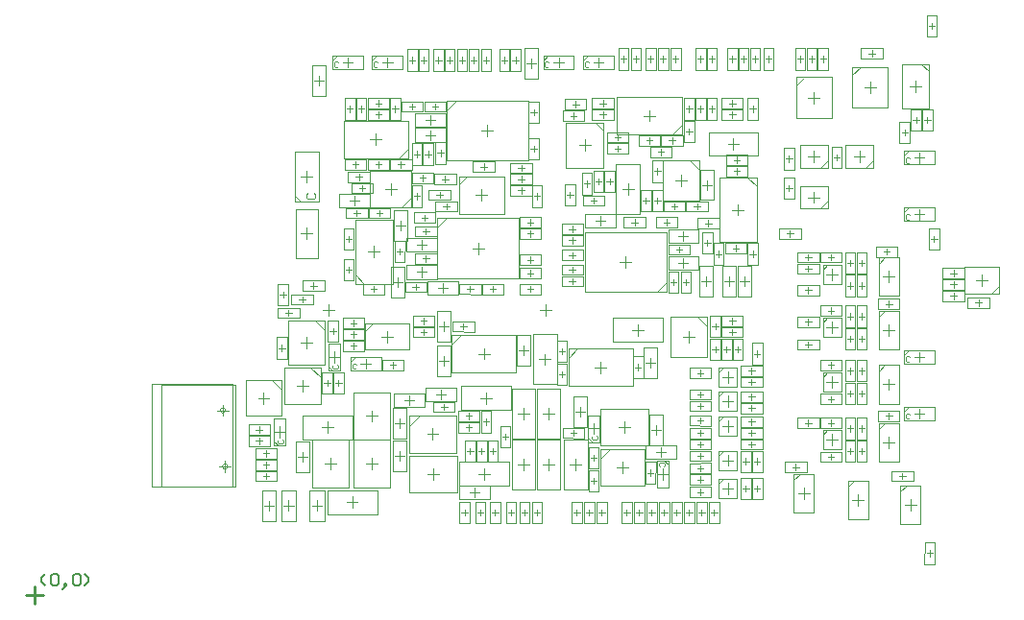
<source format=gbr>
%TF.GenerationSoftware,Altium Limited,Altium Designer,22.7.1 (60)*%
G04 Layer_Color=32768*
%FSLAX45Y45*%
%MOMM*%
%TF.SameCoordinates,89C5C705-8D76-4DBF-8A4D-424F25D0343C*%
%TF.FilePolarity,Positive*%
%TF.FileFunction,Other,Assembly_Notes*%
%TF.Part,Single*%
G01*
G75*
%TA.AperFunction,NonConductor*%
%ADD114C,0.20000*%
%ADD678C,0.10000*%
%ADD679C,0.25400*%
D114*
X93322Y83322D02*
X60000Y116645D01*
Y149967D01*
X93322Y183290D01*
X143306Y166629D02*
X159968Y183290D01*
X193290D01*
X209951Y166629D01*
Y99984D01*
X193290Y83322D01*
X159968D01*
X143306Y99984D01*
Y166629D01*
X259935Y66661D02*
X276597Y83322D01*
Y99984D01*
X259935D01*
Y83322D01*
X276597D01*
X259935Y66661D01*
X243274Y50000D01*
X343242Y166629D02*
X359903Y183290D01*
X393226D01*
X409887Y166629D01*
Y99984D01*
X393226Y83322D01*
X359903D01*
X343242Y99984D01*
Y166629D01*
X443210Y83322D02*
X476532Y116645D01*
Y149967D01*
X443210Y183290D01*
D678*
X1702361Y1135000D02*
G03*
X1702361Y1135000I-22361J0D01*
G01*
X1682361Y1630000D02*
G03*
X1682361Y1630000I-22361J0D01*
G01*
X7630000Y630000D02*
Y970000D01*
X7810000Y630000D02*
Y970000D01*
X7630000D02*
X7810000D01*
X7630000Y630000D02*
X7810000D01*
X7670000Y800000D02*
X7770000D01*
X7720000Y750000D02*
Y850000D01*
X7630000Y914999D02*
X7685000Y970002D01*
X7440000Y1690000D02*
Y2030000D01*
X7620000Y1690000D02*
Y2030000D01*
X7440000D02*
X7620000D01*
X7440000Y1690000D02*
X7620000D01*
X7480000Y1860000D02*
X7580000D01*
X7530000Y1810000D02*
Y1910000D01*
X7440000Y1975000D02*
X7495000Y2030003D01*
X7170000Y670000D02*
Y1010000D01*
X7350000Y670000D02*
Y1010000D01*
X7170000D02*
X7350000D01*
X7170000Y670000D02*
X7350000D01*
X7210000Y840000D02*
X7310000D01*
X7260000Y790000D02*
Y890000D01*
X7170000Y955000D02*
X7225000Y1010003D01*
X7440000Y2170000D02*
Y2510000D01*
X7620000Y2170000D02*
Y2510000D01*
X7440000D02*
X7620000D01*
X7440000Y2170000D02*
X7620000D01*
X7480000Y2340000D02*
X7580000D01*
X7530000Y2290000D02*
Y2390000D01*
X7440000Y2455000D02*
X7495000Y2510002D01*
X6690000Y730000D02*
Y1070000D01*
X6870000Y730000D02*
Y1070000D01*
X6690000D02*
X6870000D01*
X6690000Y730000D02*
X6870000D01*
X6730000Y900000D02*
X6830000D01*
X6780000Y850000D02*
Y950000D01*
X6690000Y1015000D02*
X6745000Y1070002D01*
X7440000Y2640000D02*
Y2980000D01*
X7620000Y2640000D02*
Y2980000D01*
X7440000D02*
X7620000D01*
X7440000Y2640000D02*
X7620000D01*
X7480000Y2810000D02*
X7580000D01*
X7530000Y2760000D02*
Y2860000D01*
X7440000Y2925000D02*
X7495000Y2980002D01*
X6995000Y3770000D02*
Y3970000D01*
X6745000D02*
X6995000D01*
X6745000Y3770000D02*
X6995000D01*
X6870000Y3820000D02*
Y3920001D01*
X6820000Y3870000D02*
X6920000D01*
X6745000Y3770000D02*
Y3970000D01*
X6925805Y3770000D02*
X6995000Y3839196D01*
X7440000Y1180000D02*
Y1520000D01*
X7620000Y1180000D02*
Y1520000D01*
X7440000D02*
X7620000D01*
X7440000Y1180000D02*
X7620000D01*
X7480000Y1350000D02*
X7580000D01*
X7530000Y1300000D02*
Y1400000D01*
X7440000Y1465000D02*
X7495000Y1520003D01*
X7395000Y3770000D02*
Y3970000D01*
X7145000D02*
X7395000D01*
X7145000Y3770000D02*
X7395000D01*
X7270000Y3820000D02*
Y3920000D01*
X7220000Y3870000D02*
X7320000D01*
X7145000Y3770000D02*
Y3970000D01*
X7325805Y3770000D02*
X7395000Y3839195D01*
X5540000Y3840000D02*
X5775463D01*
X5860000Y3755463D01*
Y3480000D02*
Y3755463D01*
X5540000Y3480000D02*
X5860000D01*
X5540000D02*
Y3840000D01*
X5700000Y3610000D02*
Y3710000D01*
X5650000Y3660000D02*
X5750000D01*
X5860000Y3730000D02*
Y3840000D01*
X5775463D02*
X5860000D01*
X6715000Y4210000D02*
Y4570000D01*
X7025000Y4210000D02*
Y4570000D01*
X6715000D02*
X7025000D01*
X6715000Y4210000D02*
X7025000D01*
X6820000Y4390000D02*
X6920000D01*
X6870000Y4340000D02*
Y4440000D01*
X6715140Y4497350D02*
X6784336Y4566545D01*
X7209998Y4300001D02*
Y4660001D01*
X7519998Y4300001D02*
Y4660001D01*
X7209998D02*
X7519998D01*
X7209998Y4300001D02*
X7519998D01*
X7314998Y4480001D02*
X7414998D01*
X7364998Y4430001D02*
Y4530001D01*
X7210138Y4587350D02*
X7279334Y4656546D01*
X6030565Y982111D02*
X6069911Y1024612D01*
X6030000Y1025000D02*
X6190000D01*
X6030000Y855000D02*
Y1025000D01*
X6190000Y855000D02*
Y1025000D01*
X6030000Y855000D02*
X6190000D01*
X6060000Y940000D02*
X6160000D01*
X6110000Y890000D02*
Y990000D01*
X6030565Y1752111D02*
X6069911Y1794613D01*
X6030000Y1795000D02*
X6190000D01*
X6030000Y1625000D02*
Y1795000D01*
X6190000Y1625000D02*
Y1795000D01*
X6030000Y1625000D02*
X6190000D01*
X6060000Y1710000D02*
X6160000D01*
X6110000Y1660000D02*
Y1760000D01*
X6030565Y1962111D02*
X6069911Y2004612D01*
X6030000Y2005000D02*
X6190000D01*
X6030000Y1835000D02*
Y2005000D01*
X6190000Y1835000D02*
Y2005000D01*
X6030000Y1835000D02*
X6190000D01*
X6060000Y1920000D02*
X6160000D01*
X6110000Y1870000D02*
Y1970000D01*
X6030565Y1232111D02*
X6069911Y1274612D01*
X6030000Y1275000D02*
X6190000D01*
X6030000Y1105000D02*
Y1275000D01*
X6190000Y1105000D02*
Y1275000D01*
X6030000Y1105000D02*
X6190000D01*
X6060000Y1190000D02*
X6160000D01*
X6110000Y1140000D02*
Y1240000D01*
X6950564Y1412111D02*
X6989910Y1454613D01*
X6949999Y1455000D02*
X7109999D01*
X6949999Y1285000D02*
Y1455000D01*
X7109999Y1285000D02*
Y1455000D01*
X6949999Y1285000D02*
X7109999D01*
X6979999Y1370000D02*
X7079999D01*
X7029999Y1320000D02*
Y1420000D01*
X6030565Y1532111D02*
X6069911Y1574613D01*
X6030000Y1575000D02*
X6190000D01*
X6030000Y1405000D02*
Y1575000D01*
X6190000Y1405000D02*
Y1575000D01*
X6030000Y1405000D02*
X6190000D01*
X6060000Y1490000D02*
X6160000D01*
X6110000Y1440000D02*
Y1540000D01*
X6950564Y1922111D02*
X6989910Y1964613D01*
X6949999Y1965000D02*
X7109999D01*
X6949999Y1795000D02*
Y1965000D01*
X7109999Y1795000D02*
Y1965000D01*
X6949999Y1795000D02*
X7109999D01*
X6979999Y1880000D02*
X7079999D01*
X7029999Y1830000D02*
Y1930000D01*
X3305000Y1475000D02*
Y1585000D01*
X3395000D01*
X3305000Y1255000D02*
Y1493904D01*
X3396096Y1585000D01*
X3715000D01*
Y1255000D02*
Y1585000D01*
X3510000Y1370000D02*
Y1470000D01*
X3460000Y1420000D02*
X3560000D01*
X3305000Y1255000D02*
X3715000D01*
X3960000Y2080000D02*
Y2180000D01*
X3910000Y2130000D02*
X4010000D01*
X3675000Y1965000D02*
X4245000D01*
Y2295000D01*
X3755964D02*
X4245000D01*
X3675000Y1965000D02*
Y2214036D01*
X3755964Y2295000D01*
X3675000D02*
X3755000D01*
X3675000Y2215000D02*
Y2295000D01*
X4985000Y1200000D02*
Y1290000D01*
X5375000Y970000D02*
Y1290000D01*
X4985000Y970000D02*
X5375000D01*
X5130000Y1130000D02*
X5230000D01*
X5180000Y1080000D02*
Y1180000D01*
X5071377Y1290000D02*
X5375000D01*
X4985000Y1203622D02*
X5071377Y1290000D01*
X4985000Y970000D02*
Y1203622D01*
Y1290000D02*
X5071377D01*
X4990000Y1960000D02*
Y2060000D01*
X4940001Y2010001D02*
X5040001D01*
X4705000Y1845001D02*
X5275000D01*
Y2175000D01*
X4785965D02*
X5275000D01*
X4705000Y1845001D02*
Y2094036D01*
X4785965Y2175000D01*
X4705000D02*
X4785000D01*
X4705000Y2095000D02*
Y2175000D01*
X2470000Y2425000D02*
X2560000D01*
X2240000Y2035000D02*
X2560000D01*
X2240000D02*
Y2425000D01*
X2400000Y2180000D02*
Y2280000D01*
X2350000Y2230000D02*
X2450000D01*
X2560000Y2035000D02*
Y2338622D01*
X2473622Y2425000D02*
X2560000Y2338622D01*
X2240000Y2425000D02*
X2473622D01*
X2560000Y2338622D02*
Y2425000D01*
X2914999Y2315000D02*
Y2395000D01*
X2994999D01*
X3109999Y2230000D02*
Y2330000D01*
X3059999Y2280000D02*
X3159999D01*
X2914999Y2165000D02*
X3304999D01*
Y2395000D01*
X2983907D02*
X3304999D01*
X2914999Y2326092D02*
X2983907Y2395000D01*
X2914999Y2165000D02*
Y2326092D01*
X5610000Y2460000D02*
X5845463D01*
X5930000Y2375463D01*
Y2100000D02*
Y2375463D01*
X5610000Y2100000D02*
X5930000D01*
X5610000D02*
Y2460000D01*
X5770000Y2230000D02*
Y2330000D01*
X5720000Y2280000D02*
X5820000D01*
X5930000Y2350000D02*
Y2460000D01*
X5845463D02*
X5930000D01*
X8200266Y2899551D02*
X8500265D01*
Y2725246D02*
Y2899551D01*
X8200266Y2659551D02*
Y2899551D01*
X8434571Y2659551D02*
X8500265Y2725246D01*
X8200266Y2659551D02*
X8434571D01*
X8350265Y2729551D02*
Y2829551D01*
X8300265Y2779551D02*
X8400265D01*
X8420266Y2659551D02*
X8500265D01*
Y2739551D01*
X7649378Y4295000D02*
X7879999D01*
X7649378D02*
Y4685422D01*
X7879999Y4295000D02*
Y4621158D01*
X7764999Y4440000D02*
Y4540000D01*
X7714999Y4490000D02*
X7814999D01*
X7816157Y4685000D02*
X7879999Y4621158D01*
X7649378Y4685000D02*
X7816157D01*
X7879999Y4605000D02*
Y4685000D01*
X7799999D02*
X7879999D01*
X6995000Y3410000D02*
Y3610000D01*
X6745000D02*
X6995000D01*
X6745000Y3410000D02*
X6995000D01*
X6870000Y3460000D02*
Y3560000D01*
X6820000Y3510000D02*
X6920000D01*
X6745000Y3410000D02*
Y3610000D01*
X6925805Y3410000D02*
X6995000Y3479195D01*
X6950565Y2402111D02*
X6989910Y2444612D01*
X6950000Y2445000D02*
X7110000D01*
X6950000Y2275000D02*
Y2445000D01*
X7110000Y2275000D02*
Y2445000D01*
X6950000Y2275000D02*
X7110000D01*
X6980000Y2360000D02*
X7080000D01*
X7030000Y2310000D02*
Y2410000D01*
X6950565Y2872111D02*
X6989910Y2914612D01*
X6950000Y2915000D02*
X7110000D01*
X6950000Y2745000D02*
Y2915000D01*
X7110000Y2745000D02*
Y2915000D01*
X6950000Y2745000D02*
X7110000D01*
X6980000Y2830000D02*
X7080000D01*
X7030000Y2780000D02*
Y2880000D01*
X3320000Y3504537D02*
Y3740000D01*
X3235463Y3420000D02*
X3320000Y3504537D01*
X2960000Y3420000D02*
X3235463D01*
X2960000D02*
Y3740000D01*
X3320000D01*
X3090000Y3580000D02*
X3190000D01*
X3140000Y3530000D02*
Y3630000D01*
X3210000Y3420000D02*
X3320000D01*
Y3504537D01*
X3550000Y3325000D02*
X3630000D01*
X3550000Y3240000D02*
Y3325000D01*
Y2795000D02*
Y3240000D01*
X3635000Y3325000D01*
X4270000D01*
X3910000Y3010000D02*
Y3110000D01*
X3860000Y3060000D02*
X3960000D01*
X3550000Y2795000D02*
X4270000D01*
Y3325000D01*
X3740000Y3615000D02*
Y3695000D01*
X3820000D01*
X3740000Y3365000D02*
X4140000D01*
X3890000Y3530000D02*
X3990000D01*
X3940000Y3480000D02*
Y3580000D01*
X4140000Y3365000D02*
Y3695000D01*
X3812465D02*
X4140000D01*
X3740000Y3622535D02*
X3812465Y3695000D01*
X3740000Y3365000D02*
Y3622535D01*
X2940000Y3030000D02*
X3040000D01*
X2990000Y2980000D02*
Y3080000D01*
X3155000Y2745000D02*
Y3315000D01*
X2825000D02*
X3155000D01*
X2825000Y2825964D02*
Y3315000D01*
X2905964Y2745000D02*
X3155000D01*
X2825000Y2825964D02*
X2905964Y2745000D01*
X2825000D02*
Y2825000D01*
Y2745000D02*
X2905000D01*
X3630000Y4365000D02*
X3710000D01*
X3630000Y4280000D02*
Y4365000D01*
Y3835000D02*
Y4280000D01*
X3715000Y4365000D01*
X4350000D01*
X3990000Y4050000D02*
Y4150000D01*
X3940000Y4100000D02*
X4040000D01*
X3630000Y3835000D02*
X4350000D01*
Y4365000D01*
X3010000Y3970000D02*
Y4070000D01*
X2960000Y4020000D02*
X3060000D01*
X2725000Y4185000D02*
X3295000D01*
X2725000Y3855000D02*
Y4185000D01*
Y3855000D02*
X3214036D01*
X3295000Y3935964D02*
Y4185000D01*
X3214036Y3855000D02*
X3295000Y3935964D01*
X3215000Y3855000D02*
X3295000D01*
Y3935000D01*
X5490000Y2675000D02*
X5570000D01*
Y2760000D01*
Y3205000D01*
X5485000Y2675000D02*
X5570000Y2760000D01*
X4850000Y2675000D02*
X5485000D01*
X5210000Y2890000D02*
Y2990000D01*
X5160000Y2940000D02*
X5260000D01*
X4850000Y3205000D02*
X5570000D01*
X4850000Y2675000D02*
Y3205000D01*
X6150000Y3400000D02*
X6250000D01*
X6200000Y3350000D02*
Y3450000D01*
X6035000Y3115000D02*
Y3685000D01*
Y3115000D02*
X6365000D01*
Y3604036D01*
X6035000Y3685000D02*
X6284036D01*
X6365000Y3604036D01*
Y3605000D02*
Y3685000D01*
X6285000D02*
X6365000D01*
X4935000Y4170000D02*
X5015000D01*
Y4090000D02*
Y4170000D01*
X4685000Y3770000D02*
Y4170000D01*
X4850000Y3920000D02*
Y4020000D01*
X4800000Y3970000D02*
X4900000D01*
X4685000Y3770000D02*
X5015000D01*
Y4097535D01*
X4942535Y4170000D02*
X5015000Y4097535D01*
X4685000Y4170000D02*
X4942535D01*
X5420000Y4180000D02*
Y4280000D01*
X5370000Y4230000D02*
X5470000D01*
X5135000Y4395000D02*
X5705000D01*
X5135000Y4065000D02*
Y4395000D01*
Y4065000D02*
X5624036D01*
X5705000Y4145964D02*
Y4395000D01*
X5624036Y4065000D02*
X5705000Y4145964D01*
X5625000Y4065000D02*
X5705000D01*
Y4145000D01*
X2090000Y1900000D02*
X2180000D01*
Y1810000D02*
Y1900000D01*
Y1580000D02*
Y1810000D01*
X2090000Y1900000D02*
X2180000Y1810000D01*
X1860000Y1900000D02*
X2090000D01*
X1970000Y1740000D02*
X2070000D01*
X2020000Y1690000D02*
Y1790000D01*
X1860000Y1580000D02*
Y1900000D01*
Y1580000D02*
X2180000D01*
X2430000Y2010000D02*
X2520000D01*
Y1920000D02*
Y2010000D01*
Y1690000D02*
Y1920000D01*
X2430000Y2010000D02*
X2520000Y1920000D01*
X2200000Y2010000D02*
X2430000D01*
X2310000Y1850000D02*
X2410000D01*
X2360000Y1800000D02*
Y1900000D01*
X2200000Y1690000D02*
Y2010000D01*
Y1690000D02*
X2520000D01*
X2460000Y2702500D02*
Y2757500D01*
X2432500Y2730000D02*
X2487500D01*
X2365000Y2775000D02*
X2555000D01*
X2365000Y2685000D02*
X2555000D01*
X2365000D02*
Y2775000D01*
X2555000Y2685000D02*
Y2775000D01*
X5940000Y3252500D02*
Y3307500D01*
X5912500Y3280000D02*
X5967500D01*
X5845000Y3325000D02*
X6035000D01*
X5845000Y3235000D02*
X6035000D01*
X5845000D02*
Y3325000D01*
X6035000Y3235000D02*
Y3325000D01*
X5915000Y4195000D02*
Y4385000D01*
X5825000D02*
X5915000D01*
X5825000Y4195000D02*
X5915000D01*
X5825000D02*
Y4385000D01*
X5870000Y4262500D02*
Y4317500D01*
X5842500Y4290000D02*
X5897500D01*
X6055000Y4285000D02*
X6245000D01*
X6055000Y4195000D02*
Y4285000D01*
X6245000Y4195000D02*
Y4285000D01*
X6055000Y4195000D02*
X6245000D01*
X6122500Y4240000D02*
X6177500D01*
X6150000Y4212500D02*
Y4267500D01*
X5925000Y4195000D02*
Y4385000D01*
Y4195000D02*
X6015000D01*
X5925000Y4385000D02*
X6015000D01*
Y4195000D02*
Y4385000D01*
X5970000Y4262500D02*
Y4317500D01*
X5942500Y4290000D02*
X5997500D01*
X6515000Y4635000D02*
Y4825000D01*
X6425000D02*
X6515000D01*
X6425000Y4635000D02*
X6515000D01*
X6425000D02*
Y4825000D01*
X6470000Y4702500D02*
Y4757500D01*
X6442500Y4730000D02*
X6497500D01*
X6305000Y4635000D02*
Y4825000D01*
Y4635000D02*
X6395000D01*
X6305000Y4825000D02*
X6395000D01*
Y4635000D02*
Y4825000D01*
X6350000Y4702500D02*
Y4757500D01*
X6322500Y4730000D02*
X6377500D01*
X6295000Y4635000D02*
Y4825000D01*
X6205000D02*
X6295000D01*
X6205000Y4635000D02*
X6295000D01*
X6205000D02*
Y4825000D01*
X6250000Y4702500D02*
Y4757500D01*
X6222500Y4730000D02*
X6277500D01*
X6105000Y4635000D02*
Y4825000D01*
Y4635000D02*
X6195000D01*
X6105000Y4825000D02*
X6195000D01*
Y4635000D02*
Y4825000D01*
X6150000Y4702500D02*
Y4757500D01*
X6122500Y4730000D02*
X6177500D01*
X6225000Y1695000D02*
X6415000D01*
X6225000Y1605000D02*
Y1695000D01*
X6415000Y1605000D02*
Y1695000D01*
X6225000Y1605000D02*
X6415000D01*
X6292500Y1650000D02*
X6347500D01*
X6320000Y1622500D02*
Y1677500D01*
X6225000Y1085000D02*
Y1275000D01*
Y1085000D02*
X6315000D01*
X6225000Y1275000D02*
X6315000D01*
Y1085000D02*
Y1275000D01*
X6270000Y1152500D02*
Y1207500D01*
X6242500Y1180000D02*
X6297500D01*
X6225000Y1475000D02*
X6415000D01*
X6225000Y1385000D02*
Y1475000D01*
X6415000Y1385000D02*
Y1475000D01*
X6225000Y1385000D02*
X6415000D01*
X6292500Y1430000D02*
X6347500D01*
X6320000Y1402500D02*
Y1457500D01*
X7234999Y1175000D02*
Y1365000D01*
X7145000D02*
X7234999D01*
X7145000Y1175000D02*
X7234999D01*
X7145000D02*
Y1365000D01*
X7190000Y1242500D02*
Y1297500D01*
X7162500Y1270000D02*
X7217500D01*
X6225000Y1925000D02*
X6415000D01*
X6225000Y1835000D02*
Y1925000D01*
X6415000Y1835000D02*
Y1925000D01*
X6225000Y1835000D02*
X6415000D01*
X6292500Y1880000D02*
X6347500D01*
X6320000Y1852500D02*
Y1907500D01*
X7145000Y1885000D02*
Y2075000D01*
Y1885000D02*
X7234999D01*
X7145000Y2075000D02*
X7234999D01*
Y1885000D02*
Y2075000D01*
X7190000Y1952501D02*
Y2007500D01*
X7162500Y1980000D02*
X7217500D01*
X7235000Y2165000D02*
Y2355000D01*
X7145000D02*
X7235000D01*
X7145000Y2165000D02*
X7235000D01*
X7145000D02*
Y2355000D01*
X7190000Y2232500D02*
Y2287500D01*
X7162500Y2260000D02*
X7217500D01*
X7145000Y2365000D02*
Y2555000D01*
Y2365000D02*
X7235000D01*
X7145000Y2555000D02*
X7235000D01*
Y2365000D02*
Y2555000D01*
X7190000Y2432500D02*
Y2487500D01*
X7162500Y2460000D02*
X7217500D01*
X7234999Y2635000D02*
Y2825000D01*
X7145000D02*
X7234999D01*
X7145000Y2635000D02*
X7234999D01*
X7145000D02*
Y2825000D01*
X7190000Y2702500D02*
Y2757500D01*
X7162500Y2730000D02*
X7217500D01*
X7145000Y2835000D02*
Y3025000D01*
Y2835000D02*
X7234999D01*
X7145000Y3025000D02*
X7234999D01*
Y2835000D02*
Y3025000D01*
X7190000Y2902500D02*
Y2957500D01*
X7162500Y2930000D02*
X7217500D01*
X8005000Y2685000D02*
X8195000D01*
X8005000Y2595000D02*
Y2685000D01*
X8195000Y2595000D02*
Y2685000D01*
X8005000Y2595000D02*
X8195000D01*
X8072500Y2640000D02*
X8127500D01*
X8100000Y2612500D02*
Y2667500D01*
X8005000Y2785000D02*
X8195000D01*
X8005000Y2695000D02*
Y2785000D01*
X8195000Y2695000D02*
Y2785000D01*
X8005000Y2695000D02*
X8195000D01*
X8072500Y2740000D02*
X8127500D01*
X8100000Y2712500D02*
Y2767500D01*
X3735000Y1535000D02*
X3925000D01*
Y1625000D01*
X3735000Y1535000D02*
Y1625000D01*
X3925000D01*
X3802500Y1580000D02*
X3857500D01*
X3830000Y1552500D02*
Y1607500D01*
X3735000Y1525000D02*
X3925000D01*
X3735000Y1435000D02*
Y1525000D01*
X3925000Y1435000D02*
Y1525000D01*
X3735000Y1435000D02*
X3925000D01*
X3802500Y1480000D02*
X3857500D01*
X3830000Y1452500D02*
Y1507500D01*
X4025000Y1435000D02*
Y1625000D01*
X3935000D02*
X4025000D01*
X3935000Y1435000D02*
X4025000D01*
X3935000D02*
Y1625000D01*
X3980000Y1502500D02*
Y1557500D01*
X3952500Y1530000D02*
X4007500D01*
X3985000Y1175000D02*
Y1365000D01*
X3895000D02*
X3985000D01*
X3895000Y1175000D02*
X3985000D01*
X3895000D02*
Y1365000D01*
X3940000Y1242500D02*
Y1297500D01*
X3912500Y1270000D02*
X3967500D01*
X1885000Y1415000D02*
X2075000D01*
Y1505000D01*
X1885000Y1415000D02*
Y1505000D01*
X2075000D01*
X1952500Y1460000D02*
X2007500D01*
X1980000Y1432500D02*
Y1487500D01*
X3065000Y2075000D02*
X3255000D01*
X3065000Y1985000D02*
Y2075000D01*
X3255000Y1985000D02*
Y2075000D01*
X3065000Y1985000D02*
X3255000D01*
X3132500Y2030000D02*
X3187500D01*
X3160000Y2002500D02*
Y2057500D01*
X4885000Y915000D02*
Y1105000D01*
Y915000D02*
X4975000D01*
X4885000Y1105000D02*
X4975000D01*
Y915000D02*
Y1105000D01*
X4930000Y982500D02*
Y1037500D01*
X4902500Y1010000D02*
X4957500D01*
X4885000Y1115000D02*
Y1305000D01*
Y1115000D02*
X4975000D01*
X4885000Y1305000D02*
X4975000D01*
Y1115000D02*
Y1305000D01*
X4930000Y1182500D02*
Y1237500D01*
X4902500Y1210000D02*
X4957500D01*
X3515000Y4625000D02*
Y4815000D01*
Y4625000D02*
X3605000D01*
X3515000Y4815000D02*
X3605000D01*
Y4625000D02*
Y4815000D01*
X3560000Y4692500D02*
Y4747500D01*
X3532500Y4720000D02*
X3587500D01*
X2225000Y2085000D02*
Y2275000D01*
X2135000D02*
X2225000D01*
X2135000Y2085000D02*
X2225000D01*
X2135000D02*
Y2275000D01*
X2180000Y2152500D02*
Y2207500D01*
X2152500Y2180000D02*
X2207500D01*
X2235000Y2555000D02*
Y2745000D01*
X2145000D02*
X2235000D01*
X2145000Y2555000D02*
X2235000D01*
X2145000D02*
Y2745000D01*
X2190000Y2622500D02*
Y2677500D01*
X2162500Y2650000D02*
X2217500D01*
X1945000Y1195000D02*
X2135000D01*
X1945000Y1105000D02*
Y1195000D01*
X2135000Y1105000D02*
Y1195000D01*
X1945000Y1105000D02*
X2135000D01*
X2012500Y1150000D02*
X2067500D01*
X2040000Y1122500D02*
Y1177500D01*
X2145000Y2445000D02*
X2335000D01*
Y2535000D01*
X2145000Y2445000D02*
Y2535000D01*
X2335000D01*
X2212500Y2490000D02*
X2267500D01*
X2240000Y2462500D02*
Y2517500D01*
X2535000Y1775000D02*
Y1965000D01*
Y1775000D02*
X2625000D01*
X2535000Y1965000D02*
X2625000D01*
Y1775000D02*
Y1965000D01*
X2580000Y1842500D02*
Y1897500D01*
X2552500Y1870000D02*
X2607500D01*
X1945000Y1294999D02*
X2135000D01*
X1945000Y1205000D02*
Y1294999D01*
X2135000Y1205000D02*
Y1294999D01*
X1945000Y1205000D02*
X2135000D01*
X2012500Y1250000D02*
X2067500D01*
X2040000Y1222499D02*
Y1277500D01*
X2715000Y2445000D02*
X2905000D01*
X2715000Y2355000D02*
Y2445000D01*
X2905000Y2355000D02*
Y2445000D01*
X2715000Y2355000D02*
X2905000D01*
X2782500Y2400000D02*
X2837500D01*
X2810000Y2372500D02*
Y2427500D01*
X2715000Y2345000D02*
X2905000D01*
X2715000Y2255000D02*
Y2345000D01*
X2905000Y2255000D02*
Y2345000D01*
X2715000Y2255000D02*
X2905000D01*
X2782500Y2300000D02*
X2837500D01*
X2810000Y2272500D02*
Y2327500D01*
X5145000Y4635000D02*
Y4825000D01*
Y4635000D02*
X5235000D01*
X5145000Y4825000D02*
X5235000D01*
Y4635000D02*
Y4825000D01*
X5190000Y4702500D02*
Y4757500D01*
X5162500Y4730000D02*
X5217500D01*
X3285000Y4625000D02*
Y4815000D01*
Y4625000D02*
X3375000D01*
X3285000Y4815000D02*
X3375000D01*
Y4625000D02*
Y4815000D01*
X3330000Y4692500D02*
Y4747500D01*
X3302500Y4720000D02*
X3357500D01*
X5255000Y4635000D02*
Y4825000D01*
Y4635000D02*
X5345000D01*
X5255000Y4825000D02*
X5345000D01*
Y4635000D02*
Y4825000D01*
X5300000Y4702500D02*
Y4757500D01*
X5272500Y4730000D02*
X5327500D01*
X3385000Y4625000D02*
Y4815000D01*
Y4625000D02*
X3475000D01*
X3385000Y4815000D02*
X3475000D01*
Y4625000D02*
Y4815000D01*
X3430000Y4692500D02*
Y4747500D01*
X3402500Y4720000D02*
X3457500D01*
X2715000Y2155000D02*
X2905000D01*
Y2245000D01*
X2715000Y2155000D02*
Y2245000D01*
X2905000D01*
X2782500Y2200000D02*
X2837500D01*
X2810000Y2172500D02*
Y2227500D01*
X3335000Y2275000D02*
X3525000D01*
Y2365000D01*
X3335000Y2275000D02*
Y2365000D01*
X3525000D01*
X3402500Y2320000D02*
X3457500D01*
X3430000Y2292500D02*
Y2347500D01*
X4275000Y636000D02*
Y826000D01*
Y636000D02*
X4365000D01*
X4275000Y826000D02*
X4365000D01*
Y636000D02*
Y826000D01*
X4320000Y703500D02*
Y758500D01*
X4292500Y731000D02*
X4347500D01*
X4385000Y636000D02*
Y826000D01*
Y636000D02*
X4475000D01*
X4385000Y826000D02*
X4475000D01*
Y636000D02*
Y826000D01*
X4430000Y703500D02*
Y758500D01*
X4402500Y731000D02*
X4457500D01*
X6015000Y4635000D02*
Y4825000D01*
X5925000D02*
X6015000D01*
X5925000Y4635000D02*
X6015000D01*
X5925000D02*
Y4825000D01*
X5970000Y4702500D02*
Y4757500D01*
X5942500Y4730000D02*
X5997500D01*
X5915000Y4635000D02*
Y4825000D01*
X5825000D02*
X5915000D01*
X5825000Y4635000D02*
X5915000D01*
X5825000D02*
Y4825000D01*
X5870000Y4702500D02*
Y4757500D01*
X5842500Y4730000D02*
X5897500D01*
X5945000Y635000D02*
Y825000D01*
Y635000D02*
X6035000D01*
X5945000Y825000D02*
X6035000D01*
Y635000D02*
Y825000D01*
X5990000Y702500D02*
Y757500D01*
X5962500Y730000D02*
X6017500D01*
X6055000Y2365000D02*
X6245000D01*
X6055000Y2275000D02*
Y2365000D01*
X6245000Y2275000D02*
Y2365000D01*
X6055000Y2275000D02*
X6245000D01*
X6122500Y2320000D02*
X6177500D01*
X6150000Y2292500D02*
Y2347500D01*
X5775000Y1625000D02*
X5965000D01*
Y1715000D01*
X5775000Y1625000D02*
Y1715000D01*
X5965000D01*
X5842500Y1670000D02*
X5897500D01*
X5870000Y1642500D02*
Y1697500D01*
X5835000Y635000D02*
Y825000D01*
Y635000D02*
X5925000D01*
X5835000Y825000D02*
X5925000D01*
Y635000D02*
Y825000D01*
X5880000Y702500D02*
Y757500D01*
X5852500Y730000D02*
X5907500D01*
X6924999Y1175000D02*
X7114999D01*
Y1265000D01*
X6924999Y1175000D02*
Y1265000D01*
X7114999D01*
X6992499Y1220000D02*
X7047499D01*
X7019999Y1192500D02*
Y1247500D01*
X5775000Y1285000D02*
X5965000D01*
Y1375000D01*
X5775000Y1285000D02*
Y1375000D01*
X5965000D01*
X5842500Y1330000D02*
X5897500D01*
X5870000Y1302500D02*
Y1357500D01*
X6705000Y4635000D02*
Y4825000D01*
Y4635000D02*
X6795000D01*
X6705000Y4825000D02*
X6795000D01*
Y4635000D02*
Y4825000D01*
X6750000Y4702500D02*
Y4757500D01*
X6722500Y4730000D02*
X6777500D01*
X6805000Y4635000D02*
Y4825000D01*
Y4635000D02*
X6895000D01*
X6805000Y4825000D02*
X6895000D01*
Y4635000D02*
Y4825000D01*
X6850000Y4702500D02*
Y4757500D01*
X6822500Y4730000D02*
X6877500D01*
X5725000Y635000D02*
Y825000D01*
Y635000D02*
X5815000D01*
X5725000Y825000D02*
X5815000D01*
Y635000D02*
Y825000D01*
X5770000Y702500D02*
Y757500D01*
X5742500Y730000D02*
X5797500D01*
X5615000Y635000D02*
Y825000D01*
Y635000D02*
X5705000D01*
X5615000Y825000D02*
X5705000D01*
Y635000D02*
Y825000D01*
X5660000Y702500D02*
Y757500D01*
X5632500Y730000D02*
X5687500D01*
X5595000Y635000D02*
Y825000D01*
X5505000D02*
X5595000D01*
X5505000Y635000D02*
X5595000D01*
X5505000D02*
Y825000D01*
X5550000Y702500D02*
Y757500D01*
X5522500Y730000D02*
X5577500D01*
X5395000Y635000D02*
Y825000D01*
Y635000D02*
X5485000D01*
X5395000Y825000D02*
X5485000D01*
Y635000D02*
Y825000D01*
X5440000Y702500D02*
Y757500D01*
X5412500Y730000D02*
X5467500D01*
X5585000Y4635000D02*
Y4825000D01*
X5495000D02*
X5585000D01*
X5495000Y4635000D02*
X5585000D01*
X5495000D02*
Y4825000D01*
X5540000Y4702500D02*
Y4757500D01*
X5512500Y4730000D02*
X5567500D01*
X5285000Y635000D02*
Y825000D01*
Y635000D02*
X5375000D01*
X5285000Y825000D02*
X5375000D01*
Y635000D02*
Y825000D01*
X5330000Y702500D02*
Y757500D01*
X5302500Y730000D02*
X5357500D01*
X5175000Y635000D02*
Y825000D01*
Y635000D02*
X5265000D01*
X5175000Y825000D02*
X5265000D01*
Y635000D02*
Y825000D01*
X5220000Y702500D02*
Y757500D01*
X5192500Y730000D02*
X5247500D01*
X5385000Y4635000D02*
Y4825000D01*
Y4635000D02*
X5475000D01*
X5385000Y4825000D02*
X5475000D01*
Y4635000D02*
Y4825000D01*
X5430000Y4702500D02*
Y4757500D01*
X5402500Y4730000D02*
X5457500D01*
X4955000Y635000D02*
Y825000D01*
Y635000D02*
X5045000D01*
X4955000Y825000D02*
X5045000D01*
Y635000D02*
Y825000D01*
X5000000Y702500D02*
Y757500D01*
X4972500Y730000D02*
X5027500D01*
X5695000Y4635000D02*
Y4825000D01*
X5605000D02*
X5695000D01*
X5605000Y4635000D02*
X5695000D01*
X5605000D02*
Y4825000D01*
X5650000Y4702500D02*
Y4757500D01*
X5622500Y4730000D02*
X5677500D01*
X4845000Y635000D02*
Y825000D01*
Y635000D02*
X4935000D01*
X4845000Y825000D02*
X4935000D01*
Y635000D02*
Y825000D01*
X4890000Y702500D02*
Y757500D01*
X4862500Y730000D02*
X4917500D01*
X4015000Y635000D02*
Y825000D01*
Y635000D02*
X4105000D01*
X4015000Y825000D02*
X4105000D01*
Y635000D02*
Y825000D01*
X4060000Y702500D02*
Y757500D01*
X4032500Y730000D02*
X4087500D01*
X3975000Y636000D02*
Y826000D01*
X3885000D02*
X3975000D01*
X3885000Y636000D02*
X3975000D01*
X3885000D02*
Y826000D01*
X3930000Y703500D02*
Y758500D01*
X3902500Y731000D02*
X3957500D01*
X4285000Y4625000D02*
Y4815000D01*
X4195000D02*
X4285000D01*
X4195000Y4625000D02*
X4285000D01*
X4195000D02*
Y4815000D01*
X4240000Y4692500D02*
Y4747500D01*
X4212500Y4720000D02*
X4267500D01*
X4095000Y4625000D02*
Y4815000D01*
Y4625000D02*
X4185000D01*
X4095000Y4815000D02*
X4185000D01*
Y4625000D02*
Y4815000D01*
X4140000Y4692500D02*
Y4747500D01*
X4112500Y4720000D02*
X4167500D01*
X4025000Y4625000D02*
Y4815000D01*
X3935000D02*
X4025000D01*
X3935000Y4625000D02*
X4025000D01*
X3935000D02*
Y4815000D01*
X3980000Y4692500D02*
Y4747500D01*
X3952500Y4720000D02*
X4007500D01*
X3825000Y4625000D02*
Y4815000D01*
Y4625000D02*
X3915000D01*
X3825000Y4815000D02*
X3915000D01*
Y4625000D02*
Y4815000D01*
X3870000Y4692500D02*
Y4747500D01*
X3842500Y4720000D02*
X3897500D01*
X3815000Y4625000D02*
Y4815000D01*
X3725000D02*
X3815000D01*
X3725000Y4625000D02*
X3815000D01*
X3725000D02*
Y4815000D01*
X3770000Y4692500D02*
Y4747500D01*
X3742500Y4720000D02*
X3797500D01*
X6055000Y2465000D02*
X6245000D01*
X6055000Y2375000D02*
Y2465000D01*
X6245000Y2375000D02*
Y2465000D01*
X6055000Y2375000D02*
X6245000D01*
X6122500Y2420000D02*
X6177500D01*
X6150000Y2392500D02*
Y2447500D01*
X7715000Y3985000D02*
Y4175000D01*
X7625000D02*
X7715000D01*
X7625000Y3985000D02*
X7715000D01*
X7625000D02*
Y4175000D01*
X7670000Y4052500D02*
Y4107500D01*
X7642500Y4080000D02*
X7697500D01*
X7815000Y4095000D02*
Y4285000D01*
X7725000D02*
X7815000D01*
X7725000Y4095000D02*
X7815000D01*
X7725000D02*
Y4285000D01*
X7770000Y4162500D02*
Y4217500D01*
X7742500Y4190000D02*
X7797500D01*
X6924999Y1685000D02*
X7114999D01*
Y1775000D01*
X6924999Y1685000D02*
Y1775000D01*
X7114999D01*
X6992499Y1730000D02*
X7047499D01*
X7019999Y1702500D02*
Y1757500D01*
X6325000Y845000D02*
Y1035000D01*
Y845000D02*
X6415000D01*
X6325000Y1035000D02*
X6415000D01*
Y845000D02*
Y1035000D01*
X6370000Y912500D02*
Y967500D01*
X6342500Y940000D02*
X6397500D01*
X6315000Y845000D02*
Y1035000D01*
X6225000D02*
X6315000D01*
X6225000Y845000D02*
X6315000D01*
X6225000D02*
Y1035000D01*
X6270000Y912500D02*
Y967500D01*
X6242500Y940000D02*
X6297500D01*
X5775000Y865000D02*
X5965000D01*
Y955000D01*
X5775000Y865000D02*
Y955000D01*
X5965000D01*
X5842500Y910000D02*
X5897500D01*
X5870000Y882500D02*
Y937500D01*
X6225000Y1375000D02*
X6415000D01*
X6225000Y1285000D02*
Y1375000D01*
X6415000Y1285000D02*
Y1375000D01*
X6225000Y1285000D02*
X6415000D01*
X6292500Y1330000D02*
X6347500D01*
X6320000Y1302500D02*
Y1357500D01*
X5775000Y1385000D02*
X5965000D01*
Y1475000D01*
X5775000Y1385000D02*
Y1475000D01*
X5965000D01*
X5842500Y1430000D02*
X5897500D01*
X5870000Y1402500D02*
Y1457500D01*
X6415000Y1085000D02*
Y1275000D01*
X6325000D02*
X6415000D01*
X6325000Y1085000D02*
X6415000D01*
X6325000D02*
Y1275000D01*
X6370000Y1152500D02*
Y1207500D01*
X6342500Y1180000D02*
X6397500D01*
X4245000Y635000D02*
Y825000D01*
X4155000D02*
X4245000D01*
X4155000Y635000D02*
X4245000D01*
X4155000D02*
Y825000D01*
X4200000Y702500D02*
Y757500D01*
X4172500Y730000D02*
X4227500D01*
X3835000Y635000D02*
Y825000D01*
X3745000D02*
X3835000D01*
X3745000Y635000D02*
X3835000D01*
X3745000D02*
Y825000D01*
X3790000Y702500D02*
Y757500D01*
X3762500Y730000D02*
X3817500D01*
X5775000Y1725000D02*
X5965000D01*
Y1815000D01*
X5775000Y1725000D02*
Y1815000D01*
X5965000D01*
X5842500Y1770000D02*
X5897500D01*
X5870000Y1742500D02*
Y1797500D01*
X6225000Y1935000D02*
X6415000D01*
Y2025000D01*
X6225000Y1935000D02*
Y2025000D01*
X6415000D01*
X6292500Y1980000D02*
X6347500D01*
X6320000Y1952500D02*
Y2007500D01*
X4825000Y635000D02*
Y825000D01*
X4735000D02*
X4825000D01*
X4735000Y635000D02*
X4825000D01*
X4735000D02*
Y825000D01*
X4780000Y702500D02*
Y757500D01*
X4752500Y730000D02*
X4807500D01*
X7245000Y1175000D02*
Y1365000D01*
Y1175000D02*
X7335000D01*
X7245000Y1365000D02*
X7335000D01*
Y1175000D02*
Y1365000D01*
X7290000Y1242500D02*
Y1297500D01*
X7262500Y1270000D02*
X7317500D01*
X7335000Y1375000D02*
Y1565000D01*
X7245000D02*
X7335000D01*
X7245000Y1375000D02*
X7335000D01*
X7245000D02*
Y1565000D01*
X7290000Y1442500D02*
Y1497500D01*
X7262500Y1470000D02*
X7317500D01*
X7145000Y1375000D02*
Y1565000D01*
Y1375000D02*
X7234999D01*
X7145000Y1565000D02*
X7234999D01*
Y1375000D02*
Y1565000D01*
X7190000Y1442501D02*
Y1497500D01*
X7162500Y1470000D02*
X7217500D01*
X7245000Y1685000D02*
Y1875000D01*
Y1685000D02*
X7335000D01*
X7245000Y1875000D02*
X7335000D01*
Y1685000D02*
Y1875000D01*
X7290000Y1752500D02*
Y1807500D01*
X7262500Y1780000D02*
X7317500D01*
X7234999Y1685000D02*
Y1875000D01*
X7145000D02*
X7234999D01*
X7145000Y1685000D02*
X7234999D01*
X7145000D02*
Y1875000D01*
X7190000Y1752500D02*
Y1807500D01*
X7162500Y1780000D02*
X7217500D01*
X7335000Y1885000D02*
Y2075000D01*
X7245000D02*
X7335000D01*
X7245000Y1885000D02*
X7335000D01*
X7245000D02*
Y2075000D01*
X7290000Y1952500D02*
Y2007500D01*
X7262500Y1980000D02*
X7317500D01*
X7245000Y2165000D02*
Y2355000D01*
Y2165000D02*
X7335000D01*
X7245000Y2355000D02*
X7335000D01*
Y2165000D02*
Y2355000D01*
X7290000Y2232500D02*
Y2287500D01*
X7262500Y2260000D02*
X7317500D01*
X6725000Y2165000D02*
X6915000D01*
Y2255000D01*
X6725000Y2165000D02*
Y2255000D01*
X6915000D01*
X6792500Y2210000D02*
X6847500D01*
X6820000Y2182500D02*
Y2237500D01*
X7335000Y2365000D02*
Y2555000D01*
X7245000D02*
X7335000D01*
X7245000Y2365000D02*
X7335000D01*
X7245000D02*
Y2555000D01*
X7290000Y2432500D02*
Y2487500D01*
X7262500Y2460000D02*
X7317500D01*
X6725000Y2365000D02*
X6915000D01*
Y2455000D01*
X6725000Y2365000D02*
Y2455000D01*
X6915000D01*
X6792500Y2410000D02*
X6847500D01*
X6820000Y2382500D02*
Y2437500D01*
X7245000Y2635000D02*
Y2825000D01*
Y2635000D02*
X7335000D01*
X7245000Y2825000D02*
X7335000D01*
Y2635000D02*
Y2825000D01*
X7290000Y2702500D02*
Y2757500D01*
X7262500Y2730000D02*
X7317500D01*
X6725000Y2645000D02*
X6915000D01*
Y2735000D01*
X6725000Y2645000D02*
Y2735000D01*
X6915000D01*
X6792499Y2690000D02*
X6847499D01*
X6820000Y2662500D02*
Y2717500D01*
X7335000Y2835000D02*
Y3025000D01*
X7245000D02*
X7335000D01*
X7245000Y2835000D02*
X7335000D01*
X7245000D02*
Y3025000D01*
X7290000Y2902500D02*
Y2957500D01*
X7262500Y2930000D02*
X7317500D01*
X6725000Y2835000D02*
X6915000D01*
Y2925000D01*
X6725000Y2835000D02*
Y2925000D01*
X6915000D01*
X6792499Y2880000D02*
X6847499D01*
X6820000Y2852500D02*
Y2907500D01*
X2895000Y2655000D02*
X3085000D01*
Y2745000D01*
X2895000Y2655000D02*
Y2745000D01*
X3085000D01*
X2962500Y2700000D02*
X3017500D01*
X2990000Y2672500D02*
Y2727500D01*
X3535000Y3385000D02*
X3725000D01*
Y3475000D01*
X3535000Y3385000D02*
Y3475000D01*
X3725000D01*
X3602500Y3430000D02*
X3657500D01*
X3630000Y3402500D02*
Y3457500D01*
X3475000Y3485000D02*
X3665000D01*
Y3575000D01*
X3475000Y3485000D02*
Y3575000D01*
X3665000D01*
X3542500Y3530000D02*
X3597500D01*
X3570000Y3502500D02*
Y3557500D01*
X4275000Y3005000D02*
X4465000D01*
X4275000Y2915000D02*
Y3005000D01*
X4465000Y2915000D02*
Y3005000D01*
X4275000Y2915000D02*
X4465000D01*
X4342500Y2960000D02*
X4397500D01*
X4370000Y2932500D02*
Y2987500D01*
X1885000Y1315000D02*
X2075000D01*
Y1405000D01*
X1885000Y1315000D02*
Y1405000D01*
X2075000D01*
X1952500Y1360000D02*
X2007500D01*
X1980000Y1332500D02*
Y1387500D01*
X3525000Y3625000D02*
X3715000D01*
Y3715000D01*
X3525000Y3625000D02*
Y3715000D01*
X3715000D01*
X3592500Y3670000D02*
X3647500D01*
X3620000Y3642500D02*
Y3697500D01*
X6565000Y3235000D02*
X6755000D01*
X6565000Y3145000D02*
Y3235000D01*
X6755000Y3145000D02*
Y3235000D01*
X6565000Y3145000D02*
X6755000D01*
X6632500Y3190000D02*
X6687500D01*
X6660000Y3162500D02*
Y3217500D01*
X3945000Y2655000D02*
X4135000D01*
Y2745000D01*
X3945000Y2655000D02*
Y2745000D01*
X4135000D01*
X4012500Y2700000D02*
X4067500D01*
X4040000Y2672500D02*
Y2727500D01*
X2350000Y3190000D02*
X2450000D01*
X2400000Y3140000D02*
Y3240000D01*
X2300000Y2974161D02*
X2500000D01*
Y3405132D01*
X2300000Y2974161D02*
Y3405132D01*
X2500000D01*
X2765000Y3645000D02*
X2955000D01*
Y3735000D01*
X2765000Y3645000D02*
Y3735000D01*
X2955000D01*
X2832500Y3690000D02*
X2887500D01*
X2860000Y3662500D02*
Y3717500D01*
X2935000Y4295000D02*
X3125000D01*
Y4385000D01*
X2935000Y4295000D02*
Y4385000D01*
X3125000D01*
X3002500Y4340000D02*
X3057500D01*
X3030000Y4312500D02*
Y4367500D01*
X6055000Y4385000D02*
X6245000D01*
X6055000Y4295000D02*
Y4385000D01*
X6245000Y4295000D02*
Y4385000D01*
X6055000Y4295000D02*
X6245000D01*
X6122500Y4340000D02*
X6177500D01*
X6150000Y4312500D02*
Y4367500D01*
X4445000Y3845000D02*
Y4035000D01*
X4355000D02*
X4445000D01*
X4355000Y3845000D02*
X4445000D01*
X4355000D02*
Y4035000D01*
X4400000Y3912500D02*
Y3967500D01*
X4372500Y3940000D02*
X4427500D01*
X3135000Y3845000D02*
X3325000D01*
X3135000Y3755000D02*
Y3845000D01*
X3325000Y3755000D02*
Y3845000D01*
X3135000Y3755000D02*
X3325000D01*
X3202500Y3800000D02*
X3257500D01*
X3230000Y3772500D02*
Y3827500D01*
X2835000Y4195000D02*
Y4385000D01*
Y4195000D02*
X2925000D01*
X2835000Y4385000D02*
X2925000D01*
Y4195000D02*
Y4385000D01*
X2880000Y4262500D02*
Y4317500D01*
X2852500Y4290000D02*
X2907500D01*
X3515000Y3795000D02*
Y3985000D01*
X3425000D02*
X3515000D01*
X3425000Y3795000D02*
X3515000D01*
X3425000D02*
Y3985000D01*
X3470000Y3862500D02*
Y3917500D01*
X3442500Y3890000D02*
X3497500D01*
X4275000Y2655000D02*
X4465000D01*
Y2745000D01*
X4275000Y2655000D02*
Y2745000D01*
X4465000D01*
X4342500Y2700000D02*
X4397500D01*
X4370000Y2672500D02*
Y2727500D01*
X6095000Y3785000D02*
X6285000D01*
X6095000Y3695000D02*
Y3785000D01*
X6285000Y3695000D02*
Y3785000D01*
X6095000Y3695000D02*
X6285000D01*
X6162500Y3740000D02*
X6217500D01*
X6190000Y3712500D02*
Y3767500D01*
X4645000Y3045000D02*
X4835000D01*
X4645000Y2955000D02*
Y3045000D01*
X4835000Y2955000D02*
Y3045000D01*
X4645000Y2955000D02*
X4835000D01*
X4712500Y3000000D02*
X4767500D01*
X4740000Y2972500D02*
Y3027500D01*
X5475000Y3245000D02*
X5665000D01*
Y3335000D01*
X5475000Y3245000D02*
Y3335000D01*
X5665000D01*
X5542500Y3290000D02*
X5597500D01*
X5570000Y3262500D02*
Y3317500D01*
X6160000Y3930000D02*
Y4030000D01*
X6110000Y3980000D02*
X6210000D01*
X6375839Y3880000D02*
Y4080000D01*
X5944868D02*
X6375839D01*
X5944868Y3880000D02*
X6375839D01*
X5944868D02*
Y4080000D01*
X5445000Y3385000D02*
Y3575000D01*
Y3385000D02*
X5535000D01*
X5445000Y3575000D02*
X5535000D01*
Y3385000D02*
Y3575000D01*
X5490000Y3452500D02*
Y3507500D01*
X5462500Y3480000D02*
X5517500D01*
X4655000Y4185000D02*
X4845000D01*
Y4275000D01*
X4655000Y4185000D02*
Y4275000D01*
X4845000D01*
X4722500Y4230000D02*
X4777500D01*
X4750000Y4202500D02*
Y4257500D01*
X4645000Y3175000D02*
X4835000D01*
X4645000Y3085000D02*
Y3175000D01*
X4835000Y3085000D02*
Y3175000D01*
X4645000Y3085000D02*
X4835000D01*
X4712500Y3130000D02*
X4767500D01*
X4740000Y3102500D02*
Y3157500D01*
X5535000Y3645000D02*
Y3835000D01*
X5445000D02*
X5535000D01*
X5445000Y3645000D02*
X5535000D01*
X5445000D02*
Y3835000D01*
X5490000Y3712500D02*
Y3767500D01*
X5462500Y3740000D02*
X5517500D01*
X4765000Y3435000D02*
Y3625000D01*
X4675000D02*
X4765000D01*
X4675000Y3435000D02*
X4765000D01*
X4675000D02*
Y3625000D01*
X4720000Y3502500D02*
Y3557500D01*
X4692500Y3530000D02*
X4747500D01*
X4915000Y4285000D02*
X5105000D01*
X4915000Y4195000D02*
Y4285000D01*
X5105000Y4195000D02*
Y4285000D01*
X4915000Y4195000D02*
X5105000D01*
X4982500Y4240000D02*
X5037500D01*
X5010000Y4212500D02*
Y4267500D01*
X5325000Y3965000D02*
X5515000D01*
Y4055000D01*
X5325000Y3965000D02*
Y4055000D01*
X5515000D01*
X5392500Y4010000D02*
X5447500D01*
X5420000Y3982500D02*
Y4037500D01*
X5525000Y4055000D02*
X5715000D01*
X5525000Y3965000D02*
Y4055000D01*
X5715000Y3965000D02*
Y4055000D01*
X5525000Y3965000D02*
X5715000D01*
X5592500Y4010000D02*
X5647500D01*
X5620000Y3982500D02*
Y4037500D01*
X1585731Y1864268D02*
X1590000Y1860000D01*
X1595000Y955000D02*
X1745000D01*
X1590000Y1860000D02*
X1745000D01*
X1030000Y955000D02*
X1595000D01*
X1030000Y1864268D02*
X1585731D01*
X1030000Y955000D02*
Y1864268D01*
X1745000Y955000D02*
Y1860000D01*
X1630000Y1135000D02*
X1730000D01*
X1680000Y1085000D02*
Y1185000D01*
X1660000Y1580000D02*
Y1680000D01*
X1610000Y1630000D02*
X1710000D01*
X1770000Y955000D02*
Y1855000D01*
X1120000Y955000D02*
Y1855000D01*
Y955000D02*
X1620000D01*
X1120000Y1855000D02*
X1620000D01*
Y955000D02*
X1770000D01*
X1620000Y1855000D02*
X1770000D01*
X2595000Y2465000D02*
Y2565000D01*
X2545000Y2515000D02*
X2645000D01*
X4505000Y2465000D02*
Y2565000D01*
X4455000Y2515000D02*
X4555000D01*
X3514998Y1020001D02*
Y1120001D01*
X3464998Y1070001D02*
X3564998D01*
X3304998Y910001D02*
X3724998D01*
X3304998Y1230001D02*
X3724998D01*
Y910001D02*
Y1230001D01*
X3304998Y910001D02*
Y1230001D01*
X2920000Y1160000D02*
X3020000D01*
X2970000Y1110000D02*
Y1210000D01*
X2810000Y950000D02*
Y1370000D01*
X3130000Y950000D02*
Y1370000D01*
X2810000Y950000D02*
X3130000D01*
X2810000Y1370000D02*
X3130000D01*
X2920000Y1580000D02*
X3020000D01*
X2970000Y1530000D02*
Y1630000D01*
X3130000Y1370000D02*
Y1790000D01*
X2810000Y1370000D02*
Y1790000D01*
X3130000D01*
X2810000Y1370000D02*
X3130000D01*
X5200000Y1430000D02*
Y1530000D01*
X5150000Y1480000D02*
X5250000D01*
X4990000Y1640000D02*
X5410000D01*
X4990000Y1320000D02*
X5410000D01*
X4990000D02*
Y1640000D01*
X5410000Y1320000D02*
Y1640000D01*
X2560000Y1160000D02*
X2660000D01*
X2610000Y1110000D02*
Y1210000D01*
X2770000Y950000D02*
Y1370000D01*
X2450000Y950000D02*
Y1370000D01*
X2770000D01*
X2450000Y950000D02*
X2770000D01*
X2555000Y655000D02*
Y925000D01*
X2425000Y655000D02*
X2555000D01*
X2425000Y925000D02*
X2555000D01*
X2445000Y790000D02*
X2535000D01*
X2490000Y745000D02*
Y835000D01*
X2425000Y655000D02*
Y925000D01*
X2175000Y655000D02*
Y925000D01*
X2305000D01*
X2175000Y655000D02*
X2305000D01*
X2195000Y790000D02*
X2285000D01*
X2240000Y745000D02*
Y835000D01*
X2305000Y655000D02*
Y925000D01*
X7664449Y1660000D02*
X7744449D01*
X7664449Y1580000D02*
Y1660000D01*
X7665000Y1540000D02*
Y1619725D01*
X7705275Y1660000D01*
X7933982D01*
X7800000Y1555000D02*
Y1645000D01*
X7755000Y1600000D02*
X7845000D01*
X7665000Y1540000D02*
X7933982D01*
Y1660000D01*
X7664449Y3420000D02*
X7744449D01*
X7664449Y3340000D02*
Y3420000D01*
X7665000Y3300000D02*
Y3379725D01*
X7705275Y3420000D01*
X7933982D01*
X7800000Y3315000D02*
Y3405000D01*
X7755000Y3360000D02*
X7845000D01*
X7665000Y3300000D02*
X7933982D01*
Y3420000D01*
X2590000Y2100000D02*
X2690000D01*
X2640000Y2050000D02*
Y2150000D01*
X2690000Y1980000D02*
Y2217500D01*
X2590000D02*
X2690000D01*
X2590000Y2019326D02*
Y2217500D01*
Y2019326D02*
X2629326Y1980000D01*
X2690000D01*
X2590000D02*
Y2060000D01*
Y1980000D02*
X2670000D01*
X2784449Y2100000D02*
X2864449D01*
X2784449Y2020000D02*
Y2100000D01*
X2785000Y1980000D02*
Y2059725D01*
X2825275Y2100000D01*
X3053982D01*
X2920000Y1995000D02*
Y2085000D01*
X2875000Y2040000D02*
X2965000D01*
X2785000Y1980000D02*
X3053982D01*
Y2100000D01*
X5490000Y1070000D02*
X5590000D01*
X5540000Y1020000D02*
Y1120000D01*
X5490000Y952500D02*
Y1190000D01*
Y952500D02*
X5590000D01*
Y1150674D01*
X5550674Y1190000D02*
X5590000Y1150674D01*
X5490000Y1190000D02*
X5550674D01*
X5590000Y1110000D02*
Y1190000D01*
X5510000D02*
X5590000D01*
X4880000Y1470000D02*
X4980000D01*
X4930000Y1420000D02*
Y1520000D01*
X4980000Y1350000D02*
Y1587500D01*
X4880000D02*
X4980000D01*
X4880000Y1389326D02*
Y1587500D01*
Y1389326D02*
X4919326Y1350000D01*
X4980000D01*
X4880000D02*
Y1430000D01*
Y1350000D02*
X4960000D01*
X2110000Y1440000D02*
X2210000D01*
X2160000Y1390000D02*
Y1490000D01*
X2210000Y1320000D02*
Y1557500D01*
X2110000D02*
X2210000D01*
X2110000Y1359326D02*
Y1557500D01*
Y1359326D02*
X2149326Y1320000D01*
X2210000D01*
X2110000D02*
Y1400000D01*
Y1320000D02*
X2190000D01*
X4834449Y4760000D02*
X4914449D01*
X4834449Y4680000D02*
Y4760000D01*
X4835000Y4640000D02*
Y4719725D01*
X4875275Y4760000D01*
X5103982D01*
X4970000Y4655000D02*
Y4745000D01*
X4925000Y4700000D02*
X5015000D01*
X4835000Y4640000D02*
X5103982D01*
Y4760000D01*
X2974449D02*
X3054449D01*
X2974449Y4680000D02*
Y4760000D01*
X2975000Y4640000D02*
Y4719725D01*
X3015275Y4760000D01*
X3243982D01*
X3110000Y4655000D02*
Y4745000D01*
X3065000Y4700000D02*
X3155000D01*
X2975000Y4640000D02*
X3243982D01*
Y4760000D01*
X4485000D02*
X4565000D01*
X4485000Y4680000D02*
Y4760000D01*
X4620000Y4655000D02*
Y4745000D01*
X4575000Y4700000D02*
X4665000D01*
X4485000Y4640000D02*
X4755000D01*
Y4760000D01*
X4525405D02*
X4755000D01*
X4485000Y4719595D02*
X4525405Y4760000D01*
X4485000Y4640000D02*
Y4719595D01*
X2625000Y4760000D02*
X2705000D01*
X2625000Y4680000D02*
Y4760000D01*
X2760000Y4655000D02*
Y4745000D01*
X2715000Y4700000D02*
X2805000D01*
X2625000Y4640000D02*
X2895000D01*
Y4760000D01*
X2665405D02*
X2895000D01*
X2625000Y4719595D02*
X2665405Y4760000D01*
X2625000Y4640000D02*
Y4719595D01*
X7665000Y2160000D02*
X7745000D01*
X7665000Y2080000D02*
Y2160000D01*
X7800000Y2055000D02*
Y2145000D01*
X7755000Y2100000D02*
X7845000D01*
X7665000Y2040000D02*
X7935000D01*
Y2160000D01*
X7705405D02*
X7935000D01*
X7665000Y2119595D02*
X7705405Y2160000D01*
X7665000Y2040000D02*
Y2119595D01*
Y3920000D02*
X7745000D01*
X7665000Y3840000D02*
Y3920000D01*
X7800000Y3815000D02*
Y3905000D01*
X7755000Y3860000D02*
X7845000D01*
X7665000Y3800000D02*
X7935000D01*
Y3920000D01*
X7705405D02*
X7935000D01*
X7665000Y3879594D02*
X7705405Y3920000D01*
X7665000Y3800000D02*
Y3879594D01*
X2295000Y3470000D02*
Y3550000D01*
Y3470000D02*
X2375000D01*
X2350459D02*
X2505000D01*
X2295000Y3525459D02*
X2350459Y3470000D01*
X2295000Y3525459D02*
Y3910000D01*
X2350000Y3690000D02*
X2450000D01*
X2400000Y3640000D02*
Y3740000D01*
X2505000Y3470000D02*
Y3910000D01*
X2295000D02*
X2505000D01*
X2265000Y2654936D02*
X2455000Y2655180D01*
X2265000Y2565364D02*
X2455000Y2564903D01*
X2332500Y2610000D02*
X2387500D01*
X2360000Y2582500D02*
Y2637500D01*
X2265000Y2565364D02*
Y2654936D01*
X2455000Y2564903D02*
Y2655180D01*
X3160000Y1095000D02*
X3280000D01*
X3160000Y1365000D02*
X3280000D01*
X3160000Y1095000D02*
Y1365000D01*
X3280000Y1095000D02*
Y1365000D01*
X3220000Y1187500D02*
Y1272500D01*
X3177500Y1230000D02*
X3262500D01*
X3170000Y3395000D02*
X3290000D01*
X3170000Y3125000D02*
X3290000D01*
Y3395000D01*
X3170000Y3125000D02*
Y3395000D01*
X3230000Y3217500D02*
Y3302500D01*
X3187500Y3260000D02*
X3272500D01*
X5814936Y4385000D02*
X5815180Y4195000D01*
X5724903D02*
X5725364Y4385000D01*
X5770000Y4262500D02*
Y4317500D01*
X5742500Y4290000D02*
X5797500D01*
X5725364Y4385000D02*
X5814936D01*
X5724903Y4195000D02*
X5815180D01*
X6284821Y4385000D02*
X6285064Y4195000D01*
X6374636D02*
X6375097Y4385000D01*
X6330000Y4262500D02*
Y4317500D01*
X6302500Y4290000D02*
X6357500D01*
X6285064Y4195000D02*
X6374636D01*
X6284821Y4385000D02*
X6375097D01*
X5724820Y4185000D02*
X5725064Y3995000D01*
X5814636D02*
X5815097Y4185000D01*
X5770000Y4062500D02*
Y4117500D01*
X5742500Y4090000D02*
X5797500D01*
X5725064Y3995000D02*
X5814636D01*
X5724820Y4185000D02*
X5815097D01*
X4260000Y1600000D02*
X4360000D01*
X4310000Y1550000D02*
Y1650000D01*
X4205000Y1380000D02*
Y1820000D01*
X4415000Y1380000D02*
Y1820000D01*
X4205000Y1380000D02*
X4415000D01*
X4205000Y1820000D02*
X4415000D01*
X4480000Y1150000D02*
X4580000D01*
X4530000Y1100000D02*
Y1200000D01*
X4635000Y930000D02*
Y1370000D01*
X4425000Y930000D02*
Y1370000D01*
X4635000D01*
X4425000Y930000D02*
X4635000D01*
X5884821Y3205000D02*
X5885064Y3015000D01*
X5974637D02*
X5975097Y3205000D01*
X5930000Y3082500D02*
Y3137500D01*
X5902500Y3110000D02*
X5957500D01*
X5885064Y3015000D02*
X5974637D01*
X5884821Y3205000D02*
X5975097D01*
X2824936Y4385000D02*
X2825180Y4195000D01*
X2734903D02*
X2735364Y4385000D01*
X2780000Y4262500D02*
Y4317500D01*
X2752500Y4290000D02*
X2807500D01*
X2735364Y4385000D02*
X2824936D01*
X2734903Y4195000D02*
X2825180D01*
X3865000Y3734821D02*
X4055000Y3735064D01*
X3865000Y3825097D02*
X4055000Y3824636D01*
X3932500Y3780000D02*
X3987500D01*
X3960000Y3752500D02*
Y3807500D01*
X4055000Y3735064D02*
Y3824636D01*
X3865000Y3734821D02*
Y3825097D01*
X5344821Y3575000D02*
X5345064Y3385000D01*
X5434637D02*
X5435097Y3575000D01*
X5390000Y3452500D02*
Y3507500D01*
X5362500Y3480000D02*
X5417500D01*
X5345064Y3385000D02*
X5434637D01*
X5344821Y3575000D02*
X5435097D01*
X3745000Y2744936D02*
X3935000Y2745179D01*
X3745000Y2655363D02*
X3935000Y2654903D01*
X3812500Y2700000D02*
X3867500D01*
X3840000Y2672500D02*
Y2727500D01*
X3745000Y2655363D02*
Y2744936D01*
X3935000Y2654903D02*
Y2745179D01*
X5775000Y1164936D02*
X5965000Y1165180D01*
X5775000Y1075364D02*
X5965000Y1074903D01*
X5842500Y1120000D02*
X5897500D01*
X5870000Y1092500D02*
Y1147500D01*
X5775000Y1075364D02*
Y1164936D01*
X5965000Y1074903D02*
Y1165180D01*
X5775000Y1274936D02*
X5965000Y1275180D01*
X5775000Y1185364D02*
X5965000Y1184903D01*
X5842500Y1230000D02*
X5897500D01*
X5870000Y1202500D02*
Y1257500D01*
X5775000Y1185364D02*
Y1274936D01*
X5965000Y1184903D02*
Y1275180D01*
X5775000Y1064936D02*
X5965000Y1065179D01*
X5775000Y975364D02*
X5965000Y974903D01*
X5842500Y1020000D02*
X5897500D01*
X5870000Y992500D02*
Y1047500D01*
X5775000Y975364D02*
Y1064936D01*
X5965000Y974903D02*
Y1065179D01*
X6994936Y4825000D02*
X6995180Y4635000D01*
X6904903D02*
X6905364Y4825000D01*
X6950000Y4702500D02*
Y4757500D01*
X6922500Y4730000D02*
X6977500D01*
X6905364Y4825000D02*
X6994936D01*
X6904903Y4635000D02*
X6995180D01*
X6924999Y1564936D02*
X7114999Y1565180D01*
X6924999Y1475364D02*
X7114999Y1474903D01*
X6992500Y1520000D02*
X7047499D01*
X7019999Y1492500D02*
Y1547500D01*
X6924999Y1475364D02*
Y1564936D01*
X7114999Y1474903D02*
Y1565180D01*
X6414936Y2225000D02*
X6415179Y2035000D01*
X6324903D02*
X6325364Y2225000D01*
X6370000Y2102500D02*
Y2157500D01*
X6342500Y2130000D02*
X6397500D01*
X6325364Y2225000D02*
X6414936D01*
X6324903Y2035000D02*
X6415179D01*
X4915000Y4384936D02*
X5105000Y4385179D01*
X4915000Y4295364D02*
X5105000Y4294903D01*
X4982500Y4340000D02*
X5037500D01*
X5010000Y4312500D02*
Y4367500D01*
X4915000Y4295364D02*
Y4384936D01*
X5105000Y4294903D02*
Y4385179D01*
X2634820Y1965000D02*
X2635064Y1775000D01*
X2724636D02*
X2725097Y1965000D01*
X2680000Y1842500D02*
Y1897500D01*
X2652500Y1870000D02*
X2707500D01*
X2635064Y1775000D02*
X2724636D01*
X2634820Y1965000D02*
X2725097D01*
X6925000Y2554935D02*
X7115000Y2555179D01*
X6925000Y2465363D02*
X7115000Y2464903D01*
X6992500Y2510000D02*
X7047500D01*
X7020000Y2482500D02*
Y2537500D01*
X6925000Y2465363D02*
Y2554935D01*
X7115000Y2464903D02*
Y2555179D01*
X6225000Y1484821D02*
X6415000Y1485065D01*
X6225000Y1575097D02*
X6415000Y1574637D01*
X6292500Y1530000D02*
X6347500D01*
X6320000Y1502500D02*
Y1557500D01*
X6415000Y1485065D02*
Y1574637D01*
X6225000Y1484821D02*
Y1575097D01*
X7285000Y4824936D02*
X7475000Y4825180D01*
X7285000Y4735364D02*
X7475000Y4734903D01*
X7352500Y4780000D02*
X7407500D01*
X7380000Y4752500D02*
Y4807500D01*
X7285000Y4735364D02*
Y4824936D01*
X7475000Y4734903D02*
Y4825180D01*
X7024821Y3955000D02*
X7025064Y3765000D01*
X7114637D02*
X7115097Y3955000D01*
X7070000Y3832500D02*
Y3887500D01*
X7042500Y3860000D02*
X7097500D01*
X7025064Y3765000D02*
X7114637D01*
X7024821Y3955000D02*
X7115097D01*
X6604820Y3945000D02*
X6605064Y3755000D01*
X6694636D02*
X6695097Y3945000D01*
X6650000Y3822500D02*
Y3877500D01*
X6622500Y3850000D02*
X6677500D01*
X6605064Y3755000D02*
X6694636D01*
X6604820Y3945000D02*
X6695097D01*
X7435000Y2614936D02*
X7625000Y2615179D01*
X7435000Y2525364D02*
X7625000Y2524903D01*
X7502500Y2570000D02*
X7557500D01*
X7530000Y2542500D02*
Y2597500D01*
X7435000Y2525364D02*
Y2614936D01*
X7625000Y2524903D02*
Y2615179D01*
X6615000Y1174936D02*
X6805000Y1175180D01*
X6615000Y1085364D02*
X6805000Y1084903D01*
X6682500Y1130000D02*
X6737500D01*
X6710000Y1102500D02*
Y1157500D01*
X6615000Y1085364D02*
Y1174936D01*
X6805000Y1084903D02*
Y1175180D01*
X7435000Y1624936D02*
X7625000Y1625180D01*
X7435000Y1535364D02*
X7625000Y1534903D01*
X7502500Y1580000D02*
X7557500D01*
X7530000Y1552500D02*
Y1607500D01*
X7435000Y1535364D02*
Y1624936D01*
X7625000Y1534903D02*
Y1625180D01*
X7415000Y3074936D02*
X7605000Y3075180D01*
X7415000Y2985364D02*
X7605000Y2984903D01*
X7482500Y3030000D02*
X7537500D01*
X7510000Y3002500D02*
Y3057500D01*
X7415000Y2985364D02*
Y3074936D01*
X7605000Y2984903D02*
Y3075180D01*
X7555000Y1094936D02*
X7745000Y1095179D01*
X7555000Y1005363D02*
X7745000Y1004903D01*
X7622500Y1050000D02*
X7677500D01*
X7650000Y1022500D02*
Y1077500D01*
X7555000Y1005363D02*
Y1094936D01*
X7745000Y1004903D02*
Y1095179D01*
X7974936Y3235000D02*
X7975179Y3045000D01*
X7884903D02*
X7885363Y3235000D01*
X7930000Y3112500D02*
Y3167500D01*
X7902500Y3140000D02*
X7957500D01*
X7885363Y3235000D02*
X7974936D01*
X7884903Y3045000D02*
X7975179D01*
X8225000Y2624936D02*
X8415000Y2625179D01*
X8225000Y2535363D02*
X8415000Y2534903D01*
X8292500Y2580000D02*
X8347500D01*
X8320000Y2552500D02*
Y2607500D01*
X8225000Y2535363D02*
Y2624936D01*
X8415000Y2534903D02*
Y2625179D01*
X7934936Y465000D02*
X7935179Y275000D01*
X7844903D02*
X7845364Y465000D01*
X7890000Y342500D02*
Y397500D01*
X7862500Y370000D02*
X7917500D01*
X7845364Y465000D02*
X7934936D01*
X7844903Y275000D02*
X7935179D01*
X7954936Y5115000D02*
X7955179Y4925000D01*
X7864903D02*
X7865363Y5115000D01*
X7910000Y4992500D02*
Y5047500D01*
X7882500Y5020000D02*
X7937500D01*
X7865363Y5115000D02*
X7954936D01*
X7864903Y4925000D02*
X7955179D01*
X3165000Y1660000D02*
Y1780000D01*
X3435000Y1660000D02*
Y1780000D01*
X3165000D02*
X3435000D01*
X3165000Y1660000D02*
X3435000D01*
X3257500Y1720000D02*
X3342500D01*
X3300000Y1677500D02*
Y1762500D01*
X4260000Y1150000D02*
X4360000D01*
X4310000Y1100000D02*
Y1200000D01*
X4415000Y930000D02*
Y1370000D01*
X4205000Y930000D02*
Y1370000D01*
X4415000D01*
X4205000Y930000D02*
X4415000D01*
X4015000Y850000D02*
Y970000D01*
X3745000Y850000D02*
Y970000D01*
Y850000D02*
X4015000D01*
X3745000Y970000D02*
X4015000D01*
X3837500Y910000D02*
X3922500D01*
X3880000Y867500D02*
Y952500D01*
X3960000Y1020000D02*
Y1120000D01*
X3910000Y1070000D02*
X4010000D01*
X3740000Y1175000D02*
X4180000D01*
X3740000Y965000D02*
X4180000D01*
X3740000D02*
Y1175000D01*
X4180000Y965000D02*
Y1175000D01*
X3265000Y2764936D02*
X3455000Y2765179D01*
X3265000Y2675363D02*
X3455000Y2674903D01*
X3332500Y2720000D02*
X3387500D01*
X3360000Y2692500D02*
Y2747500D01*
X3265000Y2675363D02*
Y2764936D01*
X3455000Y2674903D02*
Y2765179D01*
X4480000Y1600000D02*
X4580000D01*
X4530000Y1550000D02*
Y1650000D01*
X4425000Y1380000D02*
Y1820000D01*
X4635000Y1380000D02*
Y1820000D01*
X4425000Y1380000D02*
X4635000D01*
X4425000Y1820000D02*
X4635000D01*
X3445000Y1710000D02*
Y1830000D01*
X3715000Y1710000D02*
Y1830000D01*
X3445000D02*
X3715000D01*
X3445000Y1710000D02*
X3715000D01*
X3537500Y1770000D02*
X3622500D01*
X3580000Y1727500D02*
Y1812500D01*
X3980000Y1690000D02*
Y1790000D01*
X3930000Y1740000D02*
X4030000D01*
X3760000Y1845000D02*
X4200000D01*
X3760000Y1635000D02*
X4200000D01*
X3760000D02*
Y1845000D01*
X4200000Y1635000D02*
Y1845000D01*
X5870000Y3755000D02*
X5990000D01*
X5870000Y3485000D02*
X5990000D01*
Y3755000D01*
X5870000Y3485000D02*
Y3755000D01*
X5930000Y3577501D02*
Y3662500D01*
X5887500Y3620000D02*
X5972500D01*
X3515000Y1704936D02*
X3705000Y1705179D01*
X3515000Y1615364D02*
X3705000Y1614903D01*
X3582500Y1660000D02*
X3637500D01*
X3610000Y1632500D02*
Y1687500D01*
X3515000Y1615364D02*
Y1704936D01*
X3705000Y1614903D02*
Y1705179D01*
X3160000Y1655000D02*
X3280000D01*
X3160000Y1385000D02*
X3280000D01*
Y1655000D01*
X3160000Y1385000D02*
Y1655000D01*
X3220000Y1477500D02*
Y1562500D01*
X3177500Y1520000D02*
X3262500D01*
X3794820Y1365000D02*
X3795064Y1175000D01*
X3884636D02*
X3885097Y1365000D01*
X3840000Y1242500D02*
Y1297500D01*
X3812500Y1270000D02*
X3867500D01*
X3795064Y1175000D02*
X3884636D01*
X3794820Y1365000D02*
X3885097D01*
X5745000Y3384821D02*
X5935000Y3385064D01*
X5745000Y3475097D02*
X5935000Y3474636D01*
X5812500Y3430000D02*
X5867500D01*
X5840000Y3402500D02*
Y3457500D01*
X5935000Y3385064D02*
Y3474636D01*
X5745000Y3384821D02*
Y3475097D01*
X4084936Y1365000D02*
X4085180Y1175000D01*
X3994903D02*
X3995364Y1365000D01*
X4040000Y1242500D02*
Y1297500D01*
X4012500Y1270000D02*
X4067500D01*
X3995364Y1365000D02*
X4084936D01*
X3994903Y1175000D02*
X4085180D01*
X5655000Y1200000D02*
Y1320000D01*
X5385000Y1200000D02*
Y1320000D01*
Y1200000D02*
X5655000D01*
X5385000Y1320000D02*
X5655000D01*
X5477500Y1260000D02*
X5562500D01*
X5520000Y1217500D02*
Y1302500D01*
X2580000Y1430000D02*
Y1530000D01*
X2530000Y1480000D02*
X2630000D01*
X2360000Y1375000D02*
X2800000D01*
X2360000Y1585000D02*
X2800000D01*
Y1375000D02*
Y1585000D01*
X2360000Y1375000D02*
Y1585000D01*
X2800000Y770000D02*
Y870000D01*
X2750000Y820000D02*
X2850000D01*
X2580000Y925000D02*
X3020000D01*
X2580000Y715000D02*
X3020000D01*
X2580000D02*
Y925000D01*
X3020000Y715000D02*
Y925000D01*
X6924999Y3024936D02*
X7114999Y3025179D01*
X6924999Y2935363D02*
X7114999Y2934903D01*
X6992500Y2980000D02*
X7047499D01*
X7019999Y2952500D02*
Y3007500D01*
X6924999Y2935363D02*
Y3024936D01*
X7114999Y2934903D02*
Y3025179D01*
X2745000Y3414936D02*
X2935000Y3415180D01*
X2745000Y3325364D02*
X2935000Y3324903D01*
X2812500Y3370000D02*
X2867500D01*
X2840000Y3342500D02*
Y3397500D01*
X2745000Y3325364D02*
Y3414936D01*
X2935000Y3324903D02*
Y3415180D01*
X4194936Y1495000D02*
X4195180Y1305000D01*
X4104903D02*
X4105364Y1495000D01*
X4150000Y1372500D02*
Y1427500D01*
X4122500Y1400000D02*
X4177500D01*
X4105364Y1495000D02*
X4194936D01*
X4104903Y1305000D02*
X4195180D01*
X4250000Y2295000D02*
X4370000D01*
X4250000Y2025000D02*
X4370000D01*
Y2295000D01*
X4250000Y2025000D02*
Y2295000D01*
X4310000Y2117500D02*
Y2202500D01*
X4267500Y2160000D02*
X4352500D01*
X3685000Y2414936D02*
X3875000Y2415180D01*
X3685000Y2325364D02*
X3875000Y2324903D01*
X3752500Y2370000D02*
X3807500D01*
X3780000Y2342500D02*
Y2397500D01*
X3685000Y2325364D02*
Y2414936D01*
X3875000Y2324903D02*
Y2415180D01*
X4320000Y4555000D02*
X4440000D01*
X4320000Y4825000D02*
X4440000D01*
X4320000Y4555000D02*
Y4825000D01*
X4440000Y4555000D02*
Y4825000D01*
X4380000Y4647500D02*
Y4732500D01*
X4337500Y4690000D02*
X4422500D01*
X3550000Y2205000D02*
X3670000D01*
X3550000Y1935000D02*
X3670000D01*
Y2205000D01*
X3550000Y1935000D02*
Y2205000D01*
X3610000Y2027500D02*
Y2112500D01*
X3567500Y2070000D02*
X3652500D01*
X4694936Y2245000D02*
X4695180Y2055000D01*
X4604903D02*
X4605364Y2245000D01*
X4650000Y2122500D02*
Y2177500D01*
X4622500Y2150000D02*
X4677500D01*
X4605364Y2245000D02*
X4694936D01*
X4604903Y2055000D02*
X4695180D01*
X5420000Y1595000D02*
X5540000D01*
X5420000Y1325000D02*
X5540000D01*
Y1595000D01*
X5420000Y1325000D02*
Y1595000D01*
X5480000Y1417500D02*
Y1502500D01*
X5437500Y1460000D02*
X5522500D01*
X5384821Y1175000D02*
X5385064Y985000D01*
X5474636D02*
X5475097Y1175000D01*
X5430000Y1052500D02*
Y1107500D01*
X5402500Y1080000D02*
X5457500D01*
X5385064Y985000D02*
X5474636D01*
X5384821Y1175000D02*
X5475097D01*
X4750000Y1755000D02*
X4870000D01*
X4750000Y1485000D02*
X4870000D01*
Y1755000D01*
X4750000Y1485000D02*
Y1755000D01*
X4810000Y1577500D02*
Y1662500D01*
X4767500Y1620000D02*
X4852500D01*
X5320000Y2290000D02*
Y2390000D01*
X5270000Y2340000D02*
X5370000D01*
X5100000Y2235000D02*
X5540000D01*
X5100000Y2445000D02*
X5540000D01*
Y2235000D02*
Y2445000D01*
X5100000Y2235000D02*
Y2445000D01*
X5180000Y3580000D02*
X5280000D01*
X5230000Y3530000D02*
Y3630000D01*
X5335000Y3360000D02*
Y3800000D01*
X5125000Y3360000D02*
Y3800000D01*
X5335000D01*
X5125000Y3360000D02*
X5335000D01*
X5370000Y2185000D02*
X5490000D01*
X5370000Y1915000D02*
X5490000D01*
Y2185000D01*
X5370000Y1915000D02*
Y2185000D01*
X5430000Y2007500D02*
Y2092500D01*
X5387500Y2050000D02*
X5472500D01*
X5364936Y2105000D02*
X5365180Y1915000D01*
X5274903D02*
X5275364Y2105000D01*
X5320000Y1982500D02*
Y2037500D01*
X5292500Y2010000D02*
X5347500D01*
X5275364Y2105000D02*
X5364936D01*
X5274903Y1915000D02*
X5365180D01*
X4694936Y2045000D02*
X4695180Y1855000D01*
X4604903D02*
X4605364Y2045000D01*
X4650000Y1922500D02*
Y1977500D01*
X4622500Y1950000D02*
X4677500D01*
X4605364Y2045000D02*
X4694936D01*
X4604903Y1855000D02*
X4695180D01*
X3614821Y4815000D02*
X3615064Y4625000D01*
X3704636D02*
X3705097Y4815000D01*
X3660000Y4692500D02*
Y4747500D01*
X3632500Y4720000D02*
X3687500D01*
X3615064Y4625000D02*
X3704636D01*
X3614821Y4815000D02*
X3705097D01*
X4450000Y2080000D02*
X4550000D01*
X4500000Y2030000D02*
Y2130000D01*
X4395000Y1860000D02*
Y2300000D01*
X4605000Y1860000D02*
Y2300000D01*
X4395000Y1860000D02*
X4605000D01*
X4395000Y2300000D02*
X4605000D01*
X4720000Y1150000D02*
X4820000D01*
X4770000Y1100000D02*
Y1200000D01*
X4875000Y930000D02*
Y1370000D01*
X4665000Y930000D02*
Y1370000D01*
X4875000D01*
X4665000Y930000D02*
X4875000D01*
X4655000Y1474936D02*
X4845000Y1475179D01*
X4655000Y1385363D02*
X4845000Y1384903D01*
X4722500Y1430000D02*
X4777500D01*
X4750000Y1402500D02*
Y1457500D01*
X4655000Y1385363D02*
Y1474936D01*
X4845000Y1384903D02*
Y1475179D01*
X1945000Y1094935D02*
X2135000Y1095179D01*
X1945000Y1005363D02*
X2135000Y1004903D01*
X2012500Y1050000D02*
X2067500D01*
X2040000Y1022500D02*
Y1077499D01*
X1945000Y1005363D02*
Y1094935D01*
X2135000Y1004903D02*
Y1095179D01*
X2674936Y2425000D02*
X2675180Y2235000D01*
X2584903D02*
X2585364Y2425000D01*
X2630000Y2302500D02*
Y2357500D01*
X2602500Y2330000D02*
X2657500D01*
X2585364Y2425000D02*
X2674936D01*
X2584903Y2235000D02*
X2675180D01*
X3335000Y2374820D02*
X3525000Y2375064D01*
X3335000Y2465097D02*
X3525000Y2464636D01*
X3402500Y2420000D02*
X3457500D01*
X3430000Y2392500D02*
Y2447500D01*
X3525000Y2375064D02*
Y2464636D01*
X3335000Y2374820D02*
Y2465097D01*
X2010000Y655000D02*
X2130000D01*
X2010000Y925000D02*
X2130000D01*
X2010000Y655000D02*
Y925000D01*
X2130000Y655000D02*
Y925000D01*
X2070000Y747500D02*
Y832500D01*
X2027500Y790000D02*
X2112500D01*
X2300000Y1085000D02*
X2420000D01*
X2300000Y1355000D02*
X2420000D01*
X2300000Y1085000D02*
Y1355000D01*
X2420000Y1085000D02*
Y1355000D01*
X2360000Y1177500D02*
Y1262500D01*
X2317500Y1220000D02*
X2402500D01*
X6054821Y2265000D02*
X6055064Y2075000D01*
X6144636D02*
X6145097Y2265000D01*
X6100000Y2142500D02*
Y2197500D01*
X6072500Y2170000D02*
X6127500D01*
X6055064Y2075000D02*
X6144636D01*
X6054821Y2265000D02*
X6145097D01*
X5954820D02*
X5955064Y2075000D01*
X6044636D02*
X6045097Y2265000D01*
X6000000Y2142500D02*
Y2197500D01*
X5972500Y2170000D02*
X6027500D01*
X5955064Y2075000D02*
X6044636D01*
X5954820Y2265000D02*
X6045097D01*
X6044936Y2465000D02*
X6045179Y2275000D01*
X5954903D02*
X5955364Y2465000D01*
X6000000Y2342500D02*
Y2397500D01*
X5972500Y2370000D02*
X6027500D01*
X5955364Y2465000D02*
X6044936D01*
X5954903Y2275000D02*
X6045179D01*
X8005000Y2884936D02*
X8195000Y2885179D01*
X8005000Y2795363D02*
X8195000Y2794903D01*
X8072500Y2840000D02*
X8127500D01*
X8100000Y2812500D02*
Y2867500D01*
X8005000Y2795363D02*
Y2884936D01*
X8195000Y2794903D02*
Y2885179D01*
X7824821Y4285000D02*
X7825064Y4095000D01*
X7914636D02*
X7915097Y4285000D01*
X7870000Y4162500D02*
Y4217500D01*
X7842500Y4190000D02*
X7897500D01*
X7825064Y4095000D02*
X7914636D01*
X7824821Y4285000D02*
X7915097D01*
X6694936Y3685000D02*
X6695179Y3495000D01*
X6604903D02*
X6605363Y3685000D01*
X6650000Y3562500D02*
Y3617500D01*
X6622500Y3590000D02*
X6677500D01*
X6605363Y3685000D02*
X6694936D01*
X6604903Y3495000D02*
X6695179D01*
X6725000Y3024936D02*
X6915000Y3025179D01*
X6725000Y2935363D02*
X6915000Y2934903D01*
X6792500Y2980000D02*
X6847500D01*
X6820000Y2952500D02*
Y3007500D01*
X6725000Y2935363D02*
Y3024936D01*
X6915000Y2934903D02*
Y3025179D01*
X6725000Y1564936D02*
X6915000Y1565180D01*
X6725000Y1475364D02*
X6915000Y1474903D01*
X6792500Y1520000D02*
X6847500D01*
X6820000Y1492500D02*
Y1547500D01*
X6725000Y1475364D02*
Y1564936D01*
X6915000Y1474903D02*
Y1565180D01*
X5775000Y2004936D02*
X5965000Y2005180D01*
X5775000Y1915364D02*
X5965000Y1914903D01*
X5842500Y1960000D02*
X5897500D01*
X5870000Y1932500D02*
Y1987500D01*
X5775000Y1915364D02*
Y2004936D01*
X5965000Y1914903D02*
Y2005180D01*
X5775000Y1584936D02*
X5965000Y1585179D01*
X5775000Y1495364D02*
X5965000Y1494903D01*
X5842500Y1540000D02*
X5897500D01*
X5870000Y1512500D02*
Y1567500D01*
X5775000Y1495364D02*
Y1584936D01*
X5965000Y1494903D02*
Y1585179D01*
X6225000Y1704821D02*
X6415000Y1705065D01*
X6225000Y1795097D02*
X6415000Y1794637D01*
X6292500Y1750000D02*
X6347500D01*
X6320000Y1722500D02*
Y1777500D01*
X6415000Y1705065D02*
Y1794637D01*
X6225000Y1704821D02*
Y1795097D01*
X6924999Y2074936D02*
X7114999Y2075180D01*
X6924999Y1985364D02*
X7114999Y1984903D01*
X6992500Y2030000D02*
X7047499D01*
X7019999Y2002500D02*
Y2057500D01*
X6924999Y1985364D02*
Y2074936D01*
X7114999Y1984903D02*
Y2075180D01*
X6154821Y2265000D02*
X6155064Y2075000D01*
X6244636D02*
X6245097Y2265000D01*
X6200000Y2142500D02*
Y2197500D01*
X6172500Y2170000D02*
X6227500D01*
X6155064Y2075000D02*
X6244636D01*
X6154821Y2265000D02*
X6245097D01*
X5195000Y3334936D02*
X5385000Y3335180D01*
X5195000Y3245364D02*
X5385000Y3244903D01*
X5262500Y3290000D02*
X5317500D01*
X5290000Y3262500D02*
Y3317500D01*
X5195000Y3245364D02*
Y3334936D01*
X5385000Y3244903D02*
Y3335180D01*
X2935000Y3754821D02*
X3125000Y3755064D01*
X2935000Y3845097D02*
X3125000Y3844636D01*
X3002500Y3800000D02*
X3057500D01*
X3030000Y3772500D02*
Y3827500D01*
X3125000Y3755064D02*
Y3844636D01*
X2935000Y3754821D02*
Y3845097D01*
X2735000Y3844936D02*
X2925000Y3845180D01*
X2735000Y3755364D02*
X2925000Y3754903D01*
X2802500Y3800000D02*
X2857500D01*
X2830000Y3772500D02*
Y3827500D01*
X2735000Y3755364D02*
Y3844936D01*
X2925000Y3754903D02*
Y3845180D01*
X3345000Y3374936D02*
X3535000Y3375179D01*
X3345000Y3285364D02*
X3535000Y3284903D01*
X3412500Y3330000D02*
X3467500D01*
X3440000Y3302500D02*
Y3357500D01*
X3345000Y3285364D02*
Y3374936D01*
X3535000Y3284903D02*
Y3375179D01*
X3355000Y3254936D02*
X3545000Y3255179D01*
X3355000Y3165363D02*
X3545000Y3164903D01*
X3422500Y3210000D02*
X3477500D01*
X3450000Y3182500D02*
Y3237500D01*
X3355000Y3165363D02*
Y3254936D01*
X3545000Y3164903D02*
Y3255179D01*
X4275000Y3144820D02*
X4465000Y3145064D01*
X4275000Y3235097D02*
X4465000Y3234636D01*
X4342500Y3190000D02*
X4397500D01*
X4370000Y3162500D02*
Y3217500D01*
X4465000Y3145064D02*
Y3234636D01*
X4275000Y3144820D02*
Y3235097D01*
Y3244821D02*
X4465000Y3245064D01*
X4275000Y3335097D02*
X4465000Y3334636D01*
X4342500Y3290000D02*
X4397500D01*
X4370000Y3262500D02*
Y3317500D01*
X4465000Y3245064D02*
Y3334636D01*
X4275000Y3244821D02*
Y3335097D01*
X3235000Y4354936D02*
X3425000Y4355180D01*
X3235000Y4265364D02*
X3425000Y4264903D01*
X3302500Y4310000D02*
X3357500D01*
X3330000Y4282500D02*
Y4337500D01*
X3235000Y4265364D02*
Y4354936D01*
X3425000Y4264903D02*
Y4355180D01*
X3435000Y4354936D02*
X3625000Y4355180D01*
X3435000Y4265364D02*
X3625000Y4264903D01*
X3502500Y4310000D02*
X3557500D01*
X3530000Y4282500D02*
Y4337500D01*
X3435000Y4265364D02*
Y4354936D01*
X3625000Y4264903D02*
Y4355180D01*
X4675000Y4284820D02*
X4865000Y4285064D01*
X4675000Y4375097D02*
X4865000Y4374636D01*
X4742500Y4330000D02*
X4797500D01*
X4770000Y4302500D02*
Y4357500D01*
X4865000Y4285064D02*
Y4374636D01*
X4675000Y4284820D02*
Y4375097D01*
X4354821Y4355000D02*
X4355064Y4165000D01*
X4444637D02*
X4445097Y4355000D01*
X4400000Y4232500D02*
Y4287500D01*
X4372500Y4260000D02*
X4427500D01*
X4355064Y4165000D02*
X4444637D01*
X4354821Y4355000D02*
X4445097D01*
X3140000Y2625000D02*
X3260000D01*
X3140000Y2895000D02*
X3260000D01*
X3140000Y2625000D02*
Y2895000D01*
X3260000Y2625000D02*
Y2895000D01*
X3200000Y2717500D02*
Y2802500D01*
X3157500Y2760000D02*
X3242500D01*
X3174820Y3125000D02*
X3175064Y2935000D01*
X3264636D02*
X3265097Y3125000D01*
X3220000Y3002500D02*
Y3057500D01*
X3192500Y3030000D02*
X3247500D01*
X3175064Y2935000D02*
X3264636D01*
X3174820Y3125000D02*
X3265097D01*
X2724522Y3235546D02*
X2724766Y3045546D01*
X2814338D02*
X2814799Y3235546D01*
X2769702Y3113046D02*
Y3168046D01*
X2742202Y3140546D02*
X2797202D01*
X2724766Y3045546D02*
X2814338D01*
X2724522Y3235546D02*
X2814799D01*
X6200000Y2635000D02*
X6320000D01*
X6200000Y2905000D02*
X6320000D01*
X6200000Y2635000D02*
Y2905000D01*
X6320000Y2635000D02*
Y2905000D01*
X6260000Y2727500D02*
Y2812500D01*
X6217500Y2770000D02*
X6302500D01*
X2945000Y3324821D02*
X3135000Y3325064D01*
X2945000Y3415097D02*
X3135000Y3414637D01*
X3012500Y3370000D02*
X3067500D01*
X3040000Y3342500D02*
Y3397500D01*
X3135000Y3325064D02*
Y3414637D01*
X2945000Y3324821D02*
Y3415097D01*
X3324821Y3615000D02*
X3325064Y3425000D01*
X3414637D02*
X3415097Y3615000D01*
X3370000Y3492500D02*
Y3547500D01*
X3342500Y3520000D02*
X3397500D01*
X3325064Y3425000D02*
X3414637D01*
X3324821Y3615000D02*
X3415097D01*
X2685000Y3420000D02*
Y3540000D01*
X2955000Y3420000D02*
Y3540000D01*
X2685000D02*
X2955000D01*
X2685000Y3420000D02*
X2955000D01*
X2777500Y3480000D02*
X2862500D01*
X2820000Y3437500D02*
Y3522500D01*
X4195000Y3524820D02*
X4385000Y3525064D01*
X4195000Y3615097D02*
X4385000Y3614636D01*
X4262500Y3570000D02*
X4317500D01*
X4290000Y3542500D02*
Y3597500D01*
X4385000Y3525064D02*
Y3614636D01*
X4195000Y3524820D02*
Y3615097D01*
X4474936Y3615000D02*
X4475180Y3425000D01*
X4384903D02*
X4385364Y3615000D01*
X4430000Y3492500D02*
Y3547500D01*
X4402500Y3520000D02*
X4457500D01*
X4385364Y3615000D02*
X4474936D01*
X4384903Y3425000D02*
X4475180D01*
X3275000Y3030000D02*
Y3150000D01*
X3545000Y3030000D02*
Y3150000D01*
X3275000D02*
X3545000D01*
X3275000Y3030000D02*
X3545000D01*
X3367500Y3090000D02*
X3452500D01*
X3410000Y3047500D02*
Y3132500D01*
X3275000Y2790000D02*
Y2910000D01*
X3545000Y2790000D02*
Y2910000D01*
X3275000D02*
X3545000D01*
X3275000Y2790000D02*
X3545000D01*
X3367500Y2850000D02*
X3452500D01*
X3410000Y2807500D02*
Y2892500D01*
X3355000Y3014936D02*
X3545000Y3015179D01*
X3355000Y2925363D02*
X3545000Y2924903D01*
X3422500Y2970000D02*
X3477500D01*
X3450000Y2942500D02*
Y2997500D01*
X3355000Y2925363D02*
Y3014936D01*
X3545000Y2924903D02*
Y3015179D01*
X4195000Y3724821D02*
X4385000Y3725064D01*
X4195000Y3815097D02*
X4385000Y3814637D01*
X4262500Y3770000D02*
X4317500D01*
X4290000Y3742500D02*
Y3797500D01*
X4385000Y3725064D02*
Y3814637D01*
X4195000Y3724821D02*
Y3815097D01*
Y3624821D02*
X4385000Y3625064D01*
X4195000Y3715097D02*
X4385000Y3714636D01*
X4262500Y3670000D02*
X4317500D01*
X4290000Y3642500D02*
Y3697500D01*
X4385000Y3625064D02*
Y3714636D01*
X4195000Y3624821D02*
Y3715097D01*
X3325000Y3634821D02*
X3515000Y3635064D01*
X3325000Y3725097D02*
X3515000Y3724636D01*
X3392500Y3680000D02*
X3447500D01*
X3420000Y3652500D02*
Y3707500D01*
X3515000Y3635064D02*
Y3724636D01*
X3325000Y3634821D02*
Y3725097D01*
X2724821Y2965000D02*
X2725064Y2775000D01*
X2814636D02*
X2815097Y2965000D01*
X2770000Y2842500D02*
Y2897500D01*
X2742500Y2870000D02*
X2797500D01*
X2725064Y2775000D02*
X2814636D01*
X2724821Y2965000D02*
X2815097D01*
X2795000Y3634936D02*
X2985000Y3635179D01*
X2795000Y3545363D02*
X2985000Y3544903D01*
X2862500Y3590000D02*
X2917500D01*
X2890000Y3562500D02*
Y3617500D01*
X2795000Y3545363D02*
Y3634936D01*
X2985000Y3544903D02*
Y3635179D01*
X3355000Y4130000D02*
Y4250000D01*
X3625000Y4130000D02*
Y4250000D01*
X3355000D02*
X3625000D01*
X3355000Y4130000D02*
X3625000D01*
X3447500Y4190000D02*
X3532500D01*
X3490000Y4147500D02*
Y4232500D01*
X3355000Y4000000D02*
Y4120000D01*
X3625000Y4000000D02*
Y4120000D01*
X3355000D02*
X3625000D01*
X3355000Y4000000D02*
X3625000D01*
X3447500Y4060000D02*
X3532500D01*
X3490000Y4017500D02*
Y4102500D01*
X3534820Y3995000D02*
X3535064Y3805000D01*
X3624636D02*
X3625097Y3995000D01*
X3580000Y3872500D02*
Y3927500D01*
X3552500Y3900000D02*
X3607500D01*
X3535064Y3805000D02*
X3624636D01*
X3534820Y3995000D02*
X3625097D01*
X3134821Y4385000D02*
X3135064Y4195000D01*
X3224636D02*
X3225097Y4385000D01*
X3180000Y4262500D02*
Y4317500D01*
X3152500Y4290000D02*
X3207500D01*
X3135064Y4195000D02*
X3224636D01*
X3134821Y4385000D02*
X3225097D01*
X2935000Y4194821D02*
X3125000Y4195065D01*
X2935000Y4285097D02*
X3125000Y4284637D01*
X3002500Y4240000D02*
X3057500D01*
X3030000Y4212500D02*
Y4267500D01*
X3125000Y4195065D02*
Y4284637D01*
X2935000Y4194821D02*
Y4285097D01*
X3414936Y3985000D02*
X3415180Y3795000D01*
X3324903D02*
X3325364Y3985000D01*
X3370000Y3862500D02*
Y3917500D01*
X3342500Y3890000D02*
X3397500D01*
X3325364Y3985000D02*
X3414936D01*
X3324903Y3795000D02*
X3415180D01*
X4275000Y2794820D02*
X4465000Y2795064D01*
X4275000Y2885097D02*
X4465000Y2884636D01*
X4342500Y2840000D02*
X4397500D01*
X4370000Y2812500D02*
Y2867500D01*
X4465000Y2795064D02*
Y2884636D01*
X4275000Y2794820D02*
Y2885097D01*
X5860000Y2635000D02*
X5980000D01*
X5860000Y2905000D02*
X5980000D01*
X5860000Y2635000D02*
Y2905000D01*
X5980000Y2635000D02*
Y2905000D01*
X5920000Y2727500D02*
Y2812500D01*
X5877500Y2770000D02*
X5962500D01*
X5125000Y3240000D02*
Y3360000D01*
X4855000Y3240000D02*
Y3360000D01*
Y3240000D02*
X5125000D01*
X4855000Y3360000D02*
X5125000D01*
X4947500Y3300000D02*
X5032500D01*
X4990000Y3257500D02*
Y3342500D01*
X2450000Y4675000D02*
X2570000D01*
X2450000Y4405000D02*
X2570000D01*
Y4675000D01*
X2450000Y4405000D02*
Y4675000D01*
X2510000Y4497500D02*
Y4582500D01*
X2467500Y4540000D02*
X2552500D01*
X5694820Y2855000D02*
X5695064Y2665000D01*
X5784636D02*
X5785097Y2855000D01*
X5740000Y2732500D02*
Y2787500D01*
X5712500Y2760000D02*
X5767500D01*
X5695064Y2665000D02*
X5784636D01*
X5694820Y2855000D02*
X5785097D01*
X5584821Y2855000D02*
X5585065Y2665000D01*
X5674637D02*
X5675097Y2855000D01*
X5630000Y2732500D02*
Y2787500D01*
X5602500Y2760000D02*
X5657500D01*
X5585065Y2665000D02*
X5674637D01*
X5584821Y2855000D02*
X5675097D01*
X4645000Y2914936D02*
X4835000Y2915180D01*
X4645000Y2825364D02*
X4835000Y2824903D01*
X4712500Y2870000D02*
X4767500D01*
X4740000Y2842500D02*
Y2897500D01*
X4645000Y2825364D02*
Y2914936D01*
X4835000Y2824903D02*
Y2915180D01*
X4645000Y2814936D02*
X4835000Y2815180D01*
X4645000Y2725364D02*
X4835000Y2724903D01*
X4712500Y2770000D02*
X4767500D01*
X4740000Y2742500D02*
Y2797500D01*
X4645000Y2725364D02*
Y2814936D01*
X4835000Y2724903D02*
Y2815180D01*
X6060000Y2635000D02*
X6180000D01*
X6060000Y2905000D02*
X6180000D01*
X6060000Y2635000D02*
Y2905000D01*
X6180000Y2635000D02*
Y2905000D01*
X6120000Y2727500D02*
Y2812500D01*
X6077500Y2770000D02*
X6162500D01*
X5984820Y3105000D02*
X5985064Y2915000D01*
X6074636D02*
X6075097Y3105000D01*
X6030000Y2982500D02*
Y3037500D01*
X6002500Y3010000D02*
X6057500D01*
X5985064Y2915000D02*
X6074636D01*
X5984820Y3105000D02*
X6075097D01*
X6284821D02*
X6285064Y2915000D01*
X6374636D02*
X6375097Y3105000D01*
X6330000Y2982500D02*
Y3037500D01*
X6302500Y3010000D02*
X6357500D01*
X6285064Y2915000D02*
X6374636D01*
X6284821Y3105000D02*
X6375097D01*
X3550000Y2235000D02*
X3670000D01*
X3550000Y2505000D02*
X3670000D01*
X3550000Y2235000D02*
Y2505000D01*
X3670000Y2235000D02*
Y2505000D01*
X3610000Y2327500D02*
Y2412500D01*
X3567500Y2370000D02*
X3652500D01*
X3735000Y2650000D02*
Y2770000D01*
X3465000Y2650000D02*
Y2770000D01*
Y2650000D02*
X3735000D01*
X3465000Y2770000D02*
X3735000D01*
X3557500Y2710000D02*
X3642500D01*
X3600000Y2667500D02*
Y2752500D01*
X6085000Y3104936D02*
X6275000Y3105180D01*
X6085000Y3015364D02*
X6275000Y3014903D01*
X6152500Y3060000D02*
X6207500D01*
X6180000Y3032500D02*
Y3087500D01*
X6085000Y3015364D02*
Y3104936D01*
X6275000Y3014903D02*
Y3105180D01*
X5045000Y3984936D02*
X5235000Y3985179D01*
X5045000Y3895364D02*
X5235000Y3894903D01*
X5112500Y3940000D02*
X5167500D01*
X5140000Y3912500D02*
Y3967500D01*
X5045000Y3895364D02*
Y3984936D01*
X5235000Y3894903D02*
Y3985179D01*
X5045000Y4084936D02*
X5235000Y4085180D01*
X5045000Y3995364D02*
X5235000Y3994903D01*
X5112500Y4040000D02*
X5167500D01*
X5140000Y4012500D02*
Y4067500D01*
X5045000Y3995364D02*
Y4084936D01*
X5235000Y3994903D02*
Y4085180D01*
X4824820Y3725000D02*
X4825064Y3535000D01*
X4914636D02*
X4915097Y3725000D01*
X4870000Y3602500D02*
Y3657500D01*
X4842500Y3630000D02*
X4897500D01*
X4825064Y3535000D02*
X4914636D01*
X4824820Y3725000D02*
X4915097D01*
X4835000Y3434820D02*
X5025000Y3435064D01*
X4835000Y3525097D02*
X5025000Y3524636D01*
X4902500Y3480000D02*
X4957500D01*
X4930000Y3452500D02*
Y3507500D01*
X5025000Y3435064D02*
Y3524636D01*
X4835000Y3434820D02*
Y3525097D01*
X5855000Y2870000D02*
Y2990000D01*
X5585000Y2870000D02*
Y2990000D01*
Y2870000D02*
X5855000D01*
X5585000Y2990000D02*
X5855000D01*
X5677500Y2930000D02*
X5762500D01*
X5720000Y2887500D02*
Y2972500D01*
X5855000Y3110000D02*
Y3230000D01*
X5585000Y3110000D02*
Y3230000D01*
Y3110000D02*
X5855000D01*
X5585000Y3230000D02*
X5855000D01*
X5677500Y3170000D02*
X5762500D01*
X5720000Y3127500D02*
Y3212500D01*
X5585000Y3004821D02*
X5775000Y3005064D01*
X5585000Y3095097D02*
X5775000Y3094636D01*
X5652500Y3050000D02*
X5707500D01*
X5680000Y3022500D02*
Y3077500D01*
X5775000Y3005064D02*
Y3094636D01*
X5585000Y3004821D02*
Y3095097D01*
X6095000Y3884936D02*
X6285000Y3885179D01*
X6095000Y3795364D02*
X6285000Y3794903D01*
X6162500Y3840000D02*
X6217500D01*
X6190000Y3812500D02*
Y3867500D01*
X6095000Y3795364D02*
Y3884936D01*
X6285000Y3794903D02*
Y3885179D01*
X5024821Y3745000D02*
X5025064Y3555000D01*
X5114636D02*
X5115097Y3745000D01*
X5070000Y3622500D02*
Y3677500D01*
X5042500Y3650000D02*
X5097500D01*
X5025064Y3555000D02*
X5114636D01*
X5024821Y3745000D02*
X5115097D01*
X4924820D02*
X4925064Y3555000D01*
X5014636D02*
X5015097Y3745000D01*
X4970000Y3622500D02*
Y3677500D01*
X4942500Y3650000D02*
X4997500D01*
X4925064Y3555000D02*
X5014636D01*
X4924820Y3745000D02*
X5015097D01*
X5545000Y3384821D02*
X5735000Y3385064D01*
X5545000Y3475097D02*
X5735000Y3474636D01*
X5612500Y3430000D02*
X5667500D01*
X5640000Y3402500D02*
Y3457500D01*
X5735000Y3385064D02*
Y3474636D01*
X5545000Y3384821D02*
Y3475097D01*
X4645000Y3274936D02*
X4835000Y3275180D01*
X4645000Y3185364D02*
X4835000Y3184903D01*
X4712500Y3230000D02*
X4767500D01*
X4740000Y3202500D02*
Y3257500D01*
X4645000Y3185364D02*
Y3274936D01*
X4835000Y3184903D02*
Y3275180D01*
X5425000Y3954936D02*
X5615000Y3955180D01*
X5425000Y3865364D02*
X5615000Y3864903D01*
X5492500Y3910000D02*
X5547500D01*
X5520000Y3882500D02*
Y3937500D01*
X5425000Y3865364D02*
Y3954936D01*
X5615000Y3864903D02*
Y3955180D01*
X7713322Y1596653D02*
X7704992Y1604984D01*
X7688331D01*
X7680000Y1596653D01*
Y1563331D01*
X7688331Y1555000D01*
X7704992D01*
X7713322Y1563331D01*
Y3356653D02*
X7704992Y3364984D01*
X7688331D01*
X7680000Y3356653D01*
Y3323331D01*
X7688331Y3315000D01*
X7704992D01*
X7713322Y3323331D01*
X2633346Y2033324D02*
X2625015Y2024993D01*
Y2008332D01*
X2633346Y2000001D01*
X2666668D01*
X2674999Y2008332D01*
Y2024993D01*
X2666668Y2033324D01*
X2833323Y2036653D02*
X2824992Y2044984D01*
X2808331D01*
X2800000Y2036653D01*
Y2003331D01*
X2808331Y1995000D01*
X2824992D01*
X2833323Y2003331D01*
X5546653Y1136677D02*
X5554984Y1145008D01*
Y1161669D01*
X5546653Y1170000D01*
X5513331D01*
X5505000Y1161669D01*
Y1145008D01*
X5513331Y1136677D01*
X4923346Y1403323D02*
X4915015Y1394993D01*
Y1378332D01*
X4923346Y1370001D01*
X4956668D01*
X4964999Y1378332D01*
Y1394993D01*
X4956668Y1403323D01*
X2153346Y1373323D02*
X2145015Y1364993D01*
Y1348332D01*
X2153346Y1340001D01*
X2186668D01*
X2194999Y1348332D01*
Y1364993D01*
X2186668Y1373323D01*
X4883322Y4696653D02*
X4874992Y4704984D01*
X4858331D01*
X4850000Y4696653D01*
Y4663331D01*
X4858331Y4655000D01*
X4874992D01*
X4883322Y4663331D01*
X3023322Y4696653D02*
X3014992Y4704984D01*
X2998331D01*
X2990000Y4696653D01*
Y4663331D01*
X2998331Y4655000D01*
X3014992D01*
X3023322Y4663331D01*
X4533322Y4696653D02*
X4524992Y4704984D01*
X4508331D01*
X4500000Y4696653D01*
Y4663331D01*
X4508331Y4655000D01*
X4524992D01*
X4533322Y4663331D01*
X2673323Y4696653D02*
X2664992Y4704984D01*
X2648331D01*
X2640000Y4696653D01*
Y4663331D01*
X2648331Y4655000D01*
X2664992D01*
X2673323Y4663331D01*
X7713322Y2096653D02*
X7704992Y2104984D01*
X7688331D01*
X7680000Y2096653D01*
Y2063331D01*
X7688331Y2055000D01*
X7704992D01*
X7713322Y2063331D01*
Y3856653D02*
X7704992Y3864984D01*
X7688331D01*
X7680000Y3856653D01*
Y3823331D01*
X7688331Y3815000D01*
X7704992D01*
X7713322Y3823331D01*
X2408355Y3548316D02*
X2395026Y3534987D01*
Y3508329D01*
X2408355Y3495000D01*
X2461671D01*
X2475000Y3508329D01*
Y3534987D01*
X2461671Y3548316D01*
D679*
X0Y-76200D02*
Y76200D01*
X-76200Y0D02*
X76200D01*
%TF.MD5,bda6cd9b0654d2abe8fd564a75d151cc*%
M02*

</source>
